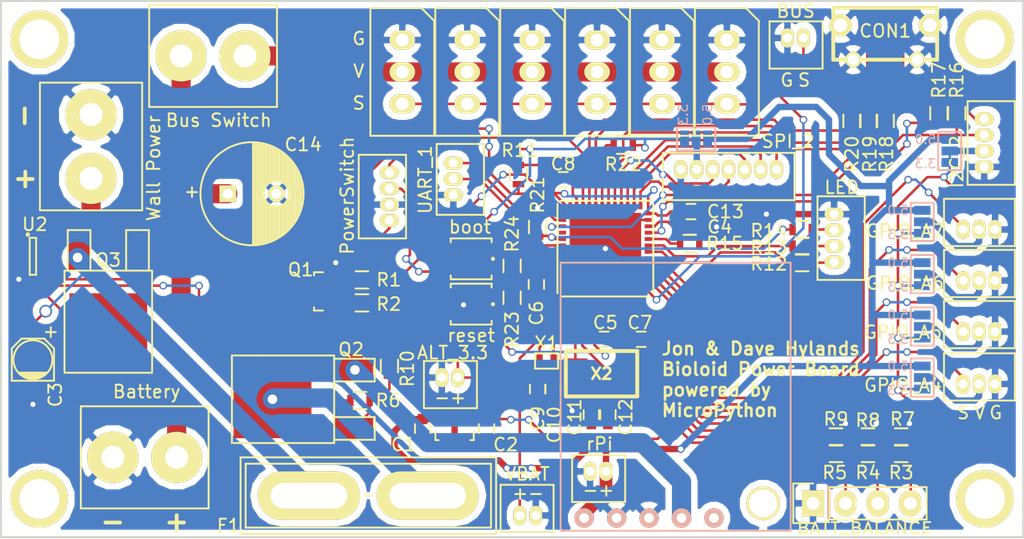
<source format=kicad_pcb>
(kicad_pcb (version 4) (host pcbnew 4.0.1-3.201512221402+6198~38~ubuntu15.04.1-stable)
  (layers (0 F.Cu signal) (31 B.Cu signal) (34 B.Paste user hide) (35 F.Paste user hide) (36 B.SilkS user) (37 F.SilkS user) (38 B.Mask user hide) (39 F.Mask user hide) (44 Edge.Cuts user))
  (net 0 "")
  (net 1 +5V)
  (net 2 +3V3)
  (net 3 +BATT)
  (net 4 GND)
  (net 5 "Net-(C4-Pad2)")
  (net 6 "Net-(C5-Pad2)")
  (net 7 "Net-(CON1-Pad1)")
  (net 8 "Net-(CON1-Pad2)")
  (net 9 "Net-(CON1-Pad3)")
  (net 10 "Net-(CON1-Pad4)")
  (net 11 "Net-(J1-Pad2)")
  (net 12 "Net-(J2-Pad2)")
  (net 13 "Net-(J3-Pad2)")
  (net 14 "Net-(J4-Pad2)")
  (net 15 "Net-(J5-Pad2)")
  (net 16 "Net-(J6-Pad2)")
  (net 17 "Net-(P3-Pad2)")
  (net 18 "Net-(P3-Pad3)")
  (net 19 UART_1_TX)
  (net 20 UART_1_RX)
  (net 21 I2C_2_SCL)
  (net 22 I2C_2_SDA)
  (net 23 SPI_2_MOSI)
  (net 24 SPI_2_MISO)
  (net 25 SPI_2_SCK)
  (net 26 SPI_CS_1)
  (net 27 SPI_CS_2)
  (net 28 "Net-(P8-Pad1)")
  (net 29 +12V)
  (net 30 GPIO_A4)
  (net 31 GPIO_A5)
  (net 32 GPIO_A6)
  (net 33 GPIO_A7)
  (net 34 BIOLOID_TX)
  (net 35 PA10)
  (net 36 PA9)
  (net 37 VBAT)
  (net 38 "Net-(Q1-Pad1)")
  (net 39 "Net-(Q1-Pad3)")
  (net 40 "Net-(Q2-Pad1)")
  (net 41 "Net-(Q3-Pad1)")
  (net 42 GATE_PIN)
  (net 43 CELL3_VOLTAGE)
  (net 44 CELL2_VOLTAGE)
  (net 45 CELL1_VOLTAGE)
  (net 46 STAT_PIN)
  (net 47 LED_R)
  (net 48 LED_G)
  (net 49 LED_B)
  (net 50 PB2)
  (net 51 "Net-(R19-Pad1)")
  (net 52 "Net-(R20-Pad1)")
  (net 53 "Net-(R24-Pad2)")
  (net 54 SWITCH_PIN)
  (net 55 "Net-(U3-Pad40)")
  (net 56 +POWER)
  (net 57 +F_POWER)
  (net 58 +SW_12V)
  (net 59 /OSC32_IN)
  (net 60 /OSC32_OUT)
  (net 61 /OSC_IN)
  (net 62 /OSC_OUT)
  (net 63 "Net-(P14-Pad2)")
  (net 64 "Net-(P14-Pad3)")
  (net 65 "Net-(P14-Pad4)")
  (net 66 "Net-(U3-Pad2)")
  (net 67 "Net-(U3-Pad45)")
  (net 68 "Net-(U3-Pad46)")
  (net 69 "Net-(P3-Pad4)")
  (module MicroPython-Parts-new:UFQFPN48 (layer F.Cu) (at 147.3 119.4)
    (fp_text reference U3 hide)
    (fp_text value STM32F401xD_UFQFPN48 hide)
    (pad G2 smd trapezoid (at -2.3 1.8) (size 1 1) (rect_delta -0.99 0) (layers F.Cu F.Paste F.Mask) (net 4 GND))
    (pad G3 smd rect (at 0.4 2.2) (size 4.8 1.2) (layers F.Cu F.Paste F.Mask) (net 4 GND))
    (pad 1 smd rect (at -2.75 3.35) (size 0.3 0.55) (layers F.Cu F.Paste F.Mask) (net 37 VBAT))
    (pad 13 smd rect (at 3.35 2.75) (size 0.55 0.3) (layers F.Cu F.Paste F.Mask) (net 43 CELL3_VOLTAGE))
    (pad 25 smd rect (at 2.75 -3.35) (size 0.3 0.55) (layers F.Cu F.Paste F.Mask) (net 26 SPI_CS_1))
    (pad 37 smd rect (at -3.35 -2.75) (size 0.55 0.3) (layers F.Cu F.Paste F.Mask) (net 42 GATE_PIN))
    (pad G1 smd rect (at 0 0) (size 5.6 4.6) (drill (offset 0 -0.5)) (layers F.Cu F.Paste F.Mask) (net 4 GND))
    (pad 2 smd rect (at -2.25 3.35) (size 0.3 0.55) (layers F.Cu F.Paste F.Mask) (net 66 "Net-(U3-Pad2)"))
    (pad 3 smd rect (at -1.75 3.35) (size 0.3 0.55) (layers F.Cu F.Paste F.Mask) (net 59 /OSC32_IN))
    (pad 4 smd rect (at -1.25 3.35) (size 0.3 0.55) (layers F.Cu F.Paste F.Mask) (net 60 /OSC32_OUT))
    (pad 5 smd rect (at -0.75 3.35) (size 0.3 0.55) (layers F.Cu F.Paste F.Mask) (net 61 /OSC_IN))
    (pad 6 smd rect (at -0.25 3.35) (size 0.3 0.55) (layers F.Cu F.Paste F.Mask) (net 62 /OSC_OUT))
    (pad 7 smd rect (at 0.25 3.35) (size 0.3 0.55) (layers F.Cu F.Paste F.Mask) (net 6 "Net-(C5-Pad2)"))
    (pad 8 smd rect (at 0.75 3.35) (size 0.3 0.55) (layers F.Cu F.Paste F.Mask) (net 4 GND))
    (pad 9 smd rect (at 1.25 3.35) (size 0.3 0.55) (layers F.Cu F.Paste F.Mask) (net 2 +3V3))
    (pad 10 smd rect (at 1.75 3.35) (size 0.3 0.55) (layers F.Cu F.Paste F.Mask) (net 45 CELL1_VOLTAGE))
    (pad 11 smd rect (at 2.25 3.35) (size 0.3 0.55) (layers F.Cu F.Paste F.Mask) (net 44 CELL2_VOLTAGE))
    (pad 12 smd rect (at 2.75 3.35) (size 0.3 0.55) (layers F.Cu F.Paste F.Mask) (net 34 BIOLOID_TX))
    (pad 14 smd rect (at 3.35 2.25) (size 0.55 0.3) (layers F.Cu F.Paste F.Mask) (net 30 GPIO_A4))
    (pad 15 smd rect (at 3.35 1.75) (size 0.55 0.3) (layers F.Cu F.Paste F.Mask) (net 31 GPIO_A5))
    (pad 16 smd rect (at 3.35 1.25) (size 0.55 0.3) (layers F.Cu F.Paste F.Mask) (net 32 GPIO_A6))
    (pad 17 smd rect (at 3.35 0.75) (size 0.55 0.3) (layers F.Cu F.Paste F.Mask) (net 33 GPIO_A7))
    (pad 18 smd rect (at 3.35 0.25) (size 0.55 0.3) (layers F.Cu F.Paste F.Mask) (net 47 LED_R))
    (pad 19 smd rect (at 3.35 -0.25) (size 0.55 0.3) (layers F.Cu F.Paste F.Mask) (net 48 LED_G))
    (pad 20 smd rect (at 3.35 -0.75) (size 0.55 0.3) (layers F.Cu F.Paste F.Mask) (net 50 PB2))
    (pad 21 smd rect (at 3.35 -1.25) (size 0.55 0.3) (layers F.Cu F.Paste F.Mask) (net 21 I2C_2_SCL))
    (pad 22 smd rect (at 3.35 -1.75) (size 0.55 0.3) (layers F.Cu F.Paste F.Mask) (net 5 "Net-(C4-Pad2)"))
    (pad 23 smd rect (at 3.35 -2.25) (size 0.55 0.3) (layers F.Cu F.Paste F.Mask) (net 4 GND))
    (pad 24 smd rect (at 3.35 -2.75) (size 0.55 0.3) (layers F.Cu F.Paste F.Mask) (net 2 +3V3))
    (pad 26 smd rect (at 2.25 -3.35) (size 0.3 0.55) (layers F.Cu F.Paste F.Mask) (net 25 SPI_2_SCK))
    (pad 27 smd rect (at 1.75 -3.35) (size 0.3 0.55) (layers F.Cu F.Paste F.Mask) (net 24 SPI_2_MISO))
    (pad 28 smd rect (at 1.25 -3.35) (size 0.3 0.55) (layers F.Cu F.Paste F.Mask) (net 23 SPI_2_MOSI))
    (pad 29 smd rect (at 0.75 -3.35) (size 0.3 0.55) (layers F.Cu F.Paste F.Mask) (net 27 SPI_CS_2))
    (pad 30 smd rect (at 0.25 -3.35) (size 0.3 0.55) (layers F.Cu F.Paste F.Mask) (net 36 PA9))
    (pad 31 smd rect (at -0.25 -3.35) (size 0.3 0.55) (layers F.Cu F.Paste F.Mask) (net 35 PA10))
    (pad 32 smd rect (at -0.75 -3.35) (size 0.3 0.55) (layers F.Cu F.Paste F.Mask) (net 51 "Net-(R19-Pad1)"))
    (pad 33 smd rect (at -1.25 -3.35) (size 0.3 0.55) (layers F.Cu F.Paste F.Mask) (net 52 "Net-(R20-Pad1)"))
    (pad 34 smd rect (at -1.75 -3.35) (size 0.3 0.55) (layers F.Cu F.Paste F.Mask) (net 54 SWITCH_PIN))
    (pad 35 smd rect (at -2.25 -3.35) (size 0.3 0.55) (layers F.Cu F.Paste F.Mask) (net 4 GND))
    (pad 36 smd rect (at -2.75 -3.35) (size 0.3 0.55) (layers F.Cu F.Paste F.Mask) (net 2 +3V3))
    (pad 38 smd rect (at -3.35 -2.25) (size 0.55 0.3) (layers F.Cu F.Paste F.Mask) (net 46 STAT_PIN))
    (pad 39 smd rect (at -3.35 -1.75) (size 0.55 0.3) (layers F.Cu F.Paste F.Mask) (net 22 I2C_2_SDA))
    (pad 40 smd rect (at -3.35 -1.25) (size 0.55 0.3) (layers F.Cu F.Paste F.Mask) (net 55 "Net-(U3-Pad40)"))
    (pad 41 smd rect (at -3.35 -0.75) (size 0.55 0.3) (layers F.Cu F.Paste F.Mask) (net 49 LED_B))
    (pad 42 smd rect (at -3.35 -0.25) (size 0.55 0.3) (layers F.Cu F.Paste F.Mask) (net 19 UART_1_TX))
    (pad 43 smd rect (at -3.35 0.25) (size 0.55 0.3) (layers F.Cu F.Paste F.Mask) (net 20 UART_1_RX))
    (pad 44 smd rect (at -3.35 0.75) (size 0.55 0.3) (layers F.Cu F.Paste F.Mask) (net 53 "Net-(R24-Pad2)"))
    (pad 45 smd rect (at -3.35 1.25) (size 0.55 0.3) (layers F.Cu F.Paste F.Mask) (net 67 "Net-(U3-Pad45)"))
    (pad 46 smd rect (at -3.35 1.75) (size 0.55 0.3) (layers F.Cu F.Paste F.Mask) (net 68 "Net-(U3-Pad46)"))
    (pad 47 smd rect (at -3.35 2.25) (size 0.55 0.3) (layers F.Cu F.Paste F.Mask) (net 4 GND))
    (pad 48 smd rect (at -3.35 2.75) (size 0.55 0.3) (layers F.Cu F.Paste F.Mask) (net 2 +3V3))
  )
  (module Capacitors_SMD:c_elec_3x5.3 (layer F.Cu) (at 102.5 128.1 90)
    (fp_text reference C3 (at -2.75 1.75 90) (layer F.SilkS))
    (fp_text value 22uF hide)
    (pad 1 smd rect (at 1.50114 0 90) (size 2.19964 1.6002) (layers F.Cu F.Paste F.Mask) (net 56 +POWER))
    (pad 2 smd rect (at -1.50114 0 90) (size 2.19964 1.6002) (layers F.Cu F.Paste F.Mask) (net 4 GND))
  )
  (module Capacitors_SMD:C_0603 (layer F.Cu) (at 133 133.5 270)
    (fp_text reference C1 (at 1.25 1.5 360) (layer F.SilkS))
    (fp_text value 0.1uF hide)
    (pad 1 smd rect (at -0.75 0 270) (size 0.8 0.75) (layers F.Cu F.Paste F.Mask) (net 1 +5V))
    (pad 2 smd rect (at 0.75 0 270) (size 0.8 0.75) (layers F.Cu F.Paste F.Mask) (net 4 GND))
  )
  (module Capacitors_SMD:C_0603 (layer F.Cu) (at 138 133.5 270)
    (fp_text reference C2 (at 1.25 -1.5 360) (layer F.SilkS))
    (fp_text value 0.1uF hide)
    (pad 1 smd rect (at -0.75 0 270) (size 0.8 0.75) (layers F.Cu F.Paste F.Mask) (net 2 +3V3))
    (pad 2 smd rect (at 0.75 0 270) (size 0.8 0.75) (layers F.Cu F.Paste F.Mask) (net 4 GND))
  )
  (module Capacitors_SMD:C_0603 (layer F.Cu) (at 154 117.7 180)
    (fp_text reference C4 (at -2.25 0 180) (layer F.SilkS))
    (fp_text value 0.1uF hide)
    (pad 1 smd rect (at -0.75 0 180) (size 0.8 0.75) (layers F.Cu F.Paste F.Mask) (net 4 GND))
    (pad 2 smd rect (at 0.75 0 180) (size 0.8 0.75) (layers F.Cu F.Paste F.Mask) (net 5 "Net-(C4-Pad2)"))
  )
  (module Capacitors_SMD:C_0603 (layer F.Cu) (at 147.2 126.5 180)
    (fp_text reference C5 (at -0.1 1.3 180) (layer F.SilkS))
    (fp_text value 0.1uF hide)
    (pad 1 smd rect (at -0.75 0 180) (size 0.8 0.75) (layers F.Cu F.Paste F.Mask) (net 4 GND))
    (pad 2 smd rect (at 0.75 0 180) (size 0.8 0.75) (layers F.Cu F.Paste F.Mask) (net 6 "Net-(C5-Pad2)"))
  )
  (module Capacitors_SMD:C_0603 (layer F.Cu) (at 141.9 122.2 270)
    (fp_text reference C6 (at 2.25 0 270) (layer F.SilkS))
    (fp_text value 0.1uF hide)
    (pad 1 smd rect (at -0.75 0 270) (size 0.8 0.75) (layers F.Cu F.Paste F.Mask) (net 4 GND))
    (pad 2 smd rect (at 0.75 0 270) (size 0.8 0.75) (layers F.Cu F.Paste F.Mask) (net 2 +3V3))
  )
  (module Capacitors_SMD:C_0603 (layer F.Cu) (at 150.1 126.5)
    (fp_text reference C7 (at -0.1 -1.3) (layer F.SilkS))
    (fp_text value 0.1uF hide)
    (pad 1 smd rect (at -0.75 0) (size 0.8 0.75) (layers F.Cu F.Paste F.Mask) (net 4 GND))
    (pad 2 smd rect (at 0.75 0) (size 0.8 0.75) (layers F.Cu F.Paste F.Mask) (net 2 +3V3))
  )
  (module Capacitors_SMD:C_0603 (layer F.Cu) (at 144 114 180)
    (fp_text reference C8 (at 0 1.25 180) (layer F.SilkS))
    (fp_text value 0.1uF hide)
    (pad 1 smd rect (at -0.75 0 180) (size 0.8 0.75) (layers F.Cu F.Paste F.Mask) (net 4 GND))
    (pad 2 smd rect (at 0.75 0 180) (size 0.8 0.75) (layers F.Cu F.Paste F.Mask) (net 2 +3V3))
  )
  (module Capacitors_SMD:C_0603 (layer F.Cu) (at 142 130.4 90)
    (fp_text reference C9 (at -2.3 0 90) (layer F.SilkS))
    (fp_text value 6pF hide)
    (pad 1 smd rect (at -0.75 0 90) (size 0.8 0.75) (layers F.Cu F.Paste F.Mask) (net 4 GND))
    (pad 2 smd rect (at 0.75 0 90) (size 0.8 0.75) (layers F.Cu F.Paste F.Mask) (net 59 /OSC32_IN))
  )
  (module Capacitors_SMD:C_0603 (layer F.Cu) (at 143.2 130.4 90)
    (fp_text reference C10 (at -2.8 0.1 90) (layer F.SilkS))
    (fp_text value 6pF hide)
    (pad 1 smd rect (at -0.75 0 90) (size 0.8 0.75) (layers F.Cu F.Paste F.Mask) (net 4 GND))
    (pad 2 smd rect (at 0.75 0 90) (size 0.8 0.75) (layers F.Cu F.Paste F.Mask) (net 60 /OSC32_OUT))
  )
  (module Capacitors_SMD:C_0603 (layer F.Cu) (at 146.2 132.4 90)
    (fp_text reference C11 (at -0.2 -1.3 90) (layer F.SilkS))
    (fp_text value 18pF hide)
    (pad 1 smd rect (at -0.75 0 90) (size 0.8 0.75) (layers F.Cu F.Paste F.Mask) (net 4 GND))
    (pad 2 smd rect (at 0.75 0 90) (size 0.8 0.75) (layers F.Cu F.Paste F.Mask) (net 61 /OSC_IN))
  )
  (module Capacitors_SMD:C_0603 (layer F.Cu) (at 147.5 132.4 90)
    (fp_text reference C12 (at -0.2 1.4 90) (layer F.SilkS))
    (fp_text value 18pF hide)
    (pad 1 smd rect (at -0.75 0 90) (size 0.8 0.75) (layers F.Cu F.Paste F.Mask) (net 4 GND))
    (pad 2 smd rect (at 0.75 0 90) (size 0.8 0.75) (layers F.Cu F.Paste F.Mask) (net 62 /OSC_OUT))
  )
  (module JonTest:USB_MICRO_B (layer F.Cu) (at 169.2 104.6 180)
    (fp_text reference CON1 (at 0 2.25 180) (layer F.SilkS))
    (fp_text value USB-MICRO-B hide)
    (pad 1 smd rect (at -1.30048 0 180) (size 0.39878 1.34874) (layers F.Cu F.Paste F.Mask) (net 7 "Net-(CON1-Pad1)"))
    (pad 2 smd rect (at -0.65024 0 180) (size 0.39878 1.34874) (layers F.Cu F.Paste F.Mask) (net 8 "Net-(CON1-Pad2)"))
    (pad 3 smd rect (at 0 0 180) (size 0.39878 1.34874) (layers F.Cu F.Paste F.Mask) (net 9 "Net-(CON1-Pad3)"))
    (pad 4 smd rect (at 0.65024 0 180) (size 0.39878 1.34874) (layers F.Cu F.Paste F.Mask) (net 10 "Net-(CON1-Pad4)"))
    (pad 5 smd rect (at 1.30048 0 180) (size 0.39878 1.34874) (layers F.Cu F.Paste F.Mask) (net 4 GND))
    (pad 6 thru_hole circle (at -3.50012 2.70002 180) (size 1.75006 1.75006) (drill 1.0668) (layers *.Cu *.Mask F.SilkS) (net 4 GND))
    (pad 7 thru_hole circle (at -2.49936 0 180) (size 1.24968 1.24968) (drill 0.889) (layers *.Cu *.Mask F.SilkS) (net 4 GND))
    (pad 8 thru_hole circle (at 2.49936 0 180) (size 1.24968 1.24968) (drill 0.889) (layers *.Cu *.Mask F.SilkS) (net 4 GND))
    (pad 9 thru_hole circle (at 3.50012 2.70002 180) (size 1.75006 1.75006) (drill 1.0668) (layers *.Cu *.Mask F.SilkS) (net 4 GND))
  )
  (module Fuse_Holders_and_Fuses:BladeFuse-CarType (layer F.Cu) (at 128.75 138.75)
    (fp_text reference F1 (at -10.95 2.35) (layer F.SilkS))
    (fp_text value FUSE hide)
    (pad 1 thru_hole oval (at -4.65 0) (size 8 3.8) (drill oval 6 2) (layers *.Cu *.Mask F.SilkS) (net 56 +POWER))
    (pad 2 thru_hole oval (at 4.65 0) (size 8 3.8) (drill oval 6 2) (layers *.Cu *.Mask F.SilkS) (net 57 +F_POWER))
  )
  (module MicroPython-Parts-new:Jumper-Switch (layer B.Cu) (at 174.25 111.75 270)
    (fp_text reference J1 hide)
    (fp_text value Jumper_Switch hide)
    (fp_text user 5.0 (at -0.9 1.9 540) (layer B.SilkS) (effects (font (size 0.7 0.7) (thickness 0.1)) (justify mirror)))
    (fp_text user 3.3 (at 1 1.9 540) (layer B.SilkS) (effects (font (size 0.7 0.7) (thickness 0.1)) (justify mirror)))
    (fp_line (start 0 0) (end 0.9 0) (layer B.Cu) (width 0.2))
    (pad 1 smd rect (at -0.9 0 270) (size 0.7 1.3) (layers B.Cu B.Paste B.Mask) (net 1 +5V))
    (pad 2 smd rect (at 0 0 270) (size 0.7 1.3) (layers B.Cu B.Paste B.Mask) (net 11 "Net-(J1-Pad2)"))
    (pad 3 smd rect (at 0.9 0 270) (size 0.7 1.3) (layers B.Cu B.Paste B.Mask) (net 2 +3V3))
  )
  (module MicroPython-Parts-new:Jumper-Switch (layer B.Cu) (at 172.1 129.5 270)
    (fp_text reference J3 hide)
    (fp_text value Jumper_Switch hide)
    (fp_text user 5.0 (at -0.9 1.9 540) (layer B.SilkS) (effects (font (size 0.7 0.7) (thickness 0.1)) (justify mirror)))
    (fp_text user 3.3 (at 1 1.9 540) (layer B.SilkS) (effects (font (size 0.7 0.7) (thickness 0.1)) (justify mirror)))
    (fp_line (start 0 0) (end 0.9 0) (layer B.Cu) (width 0.2))
    (pad 1 smd rect (at -0.9 0 270) (size 0.7 1.3) (layers B.Cu B.Paste B.Mask) (net 1 +5V))
    (pad 2 smd rect (at 0 0 270) (size 0.7 1.3) (layers B.Cu B.Paste B.Mask) (net 13 "Net-(J3-Pad2)"))
    (pad 3 smd rect (at 0.9 0 270) (size 0.7 1.3) (layers B.Cu B.Paste B.Mask) (net 2 +3V3))
  )
  (module MicroPython-Parts-new:Jumper-Switch (layer B.Cu) (at 172.1 125.5 270)
    (fp_text reference J4 hide)
    (fp_text value Jumper_Switch hide)
    (fp_text user 5.0 (at -0.9 1.9 540) (layer B.SilkS) (effects (font (size 0.7 0.7) (thickness 0.1)) (justify mirror)))
    (fp_text user 3.3 (at 1 1.9 540) (layer B.SilkS) (effects (font (size 0.7 0.7) (thickness 0.1)) (justify mirror)))
    (fp_line (start 0 0) (end 0.9 0) (layer B.Cu) (width 0.2))
    (pad 1 smd rect (at -0.9 0 270) (size 0.7 1.3) (layers B.Cu B.Paste B.Mask) (net 1 +5V))
    (pad 2 smd rect (at 0 0 270) (size 0.7 1.3) (layers B.Cu B.Paste B.Mask) (net 14 "Net-(J4-Pad2)"))
    (pad 3 smd rect (at 0.9 0 270) (size 0.7 1.3) (layers B.Cu B.Paste B.Mask) (net 2 +3V3))
  )
  (module MicroPython-Parts-new:Jumper-Switch (layer B.Cu) (at 172.1 121.4 270)
    (fp_text reference J5 hide)
    (fp_text value Jumper_Switch hide)
    (fp_text user 5.0 (at -0.9 1.9 540) (layer B.SilkS) (effects (font (size 0.7 0.7) (thickness 0.1)) (justify mirror)))
    (fp_text user 3.3 (at 1 1.9 540) (layer B.SilkS) (effects (font (size 0.7 0.7) (thickness 0.1)) (justify mirror)))
    (fp_line (start 0 0) (end 0.9 0) (layer B.Cu) (width 0.2))
    (pad 1 smd rect (at -0.9 0 270) (size 0.7 1.3) (layers B.Cu B.Paste B.Mask) (net 1 +5V))
    (pad 2 smd rect (at 0 0 270) (size 0.7 1.3) (layers B.Cu B.Paste B.Mask) (net 15 "Net-(J5-Pad2)"))
    (pad 3 smd rect (at 0.9 0 270) (size 0.7 1.3) (layers B.Cu B.Paste B.Mask) (net 2 +3V3))
  )
  (module MicroPython-Parts-new:Jumper-Switch (layer B.Cu) (at 172.1 117.3 270)
    (fp_text reference J6 hide)
    (fp_text value Jumper_Switch hide)
    (fp_text user 5.0 (at -0.9 1.9 540) (layer B.SilkS) (effects (font (size 0.7 0.7) (thickness 0.1)) (justify mirror)))
    (fp_text user 3.3 (at 1 1.9 540) (layer B.SilkS) (effects (font (size 0.7 0.7) (thickness 0.1)) (justify mirror)))
    (fp_line (start 0 0) (end 0.9 0) (layer B.Cu) (width 0.2))
    (pad 1 smd rect (at -0.9 0 270) (size 0.7 1.3) (layers B.Cu B.Paste B.Mask) (net 1 +5V))
    (pad 2 smd rect (at 0 0 270) (size 0.7 1.3) (layers B.Cu B.Paste B.Mask) (net 16 "Net-(J6-Pad2)"))
    (pad 3 smd rect (at 0.9 0 270) (size 0.7 1.3) (layers B.Cu B.Paste B.Mask) (net 2 +3V3))
  )
  (module MicroPython-Parts-new:SIL_3_050 (layer F.Cu) (at 135.4 112.7 270)
    (fp_text reference P5 hide)
    (fp_text value UART_1 (at 1.3 2.2 270) (layer F.SilkS))
    (pad 1 thru_hole oval (at 0 0 270) (size 1.016 1.5) (drill 0.7112) (layers *.Cu *.Mask F.SilkS) (net 19 UART_1_TX))
    (pad 2 thru_hole oval (at 1.25 0 270) (size 1.016 1.5) (drill 0.7112) (layers *.Cu *.Mask F.SilkS) (net 20 UART_1_RX))
    (pad 3 thru_hole oval (at 2.5 0 270) (size 1.016 1.5) (drill 0.7112) (layers *.Cu *.Mask F.SilkS) (net 4 GND))
  )
  (module MicroPython-Parts-new:SIL_4_050 (layer F.Cu) (at 176.95 109.25 270)
    (fp_text reference P6 hide)
    (fp_text value I2C_2 (at 3.35 2.15 270) (layer F.SilkS))
    (pad 1 thru_hole oval (at 0 0 270) (size 1.016 1.5) (drill 0.7112) (layers *.Cu *.Mask F.SilkS) (net 21 I2C_2_SCL))
    (pad 2 thru_hole oval (at 1.25 0 270) (size 1.016 1.5) (drill 0.7112) (layers *.Cu *.Mask F.SilkS) (net 22 I2C_2_SDA))
    (pad 3 thru_hole oval (at 2.5 0 270) (size 1.016 1.5) (drill 0.7112) (layers *.Cu *.Mask F.SilkS) (net 11 "Net-(J1-Pad2)"))
    (pad 4 thru_hole oval (at 3.75 0 270) (size 1.016 1.5) (drill 0.7112) (layers *.Cu *.Mask F.SilkS) (net 4 GND))
  )
  (module MicroPython-Parts-new:SIL_3_050 (layer F.Cu) (at 175.3 130)
    (fp_text reference P9 hide)
    (fp_text value GPIO_A4 (at -4.7 0.1) (layer F.SilkS))
    (pad 1 thru_hole oval (at 0 0) (size 1.016 1.5) (drill 0.7112) (layers *.Cu *.Mask F.SilkS) (net 30 GPIO_A4))
    (pad 2 thru_hole oval (at 1.25 0) (size 1.016 1.5) (drill 0.7112) (layers *.Cu *.Mask F.SilkS) (net 13 "Net-(J3-Pad2)"))
    (pad 3 thru_hole oval (at 2.5 0) (size 1.016 1.5) (drill 0.7112) (layers *.Cu *.Mask F.SilkS) (net 4 GND))
  )
  (module MicroPython-Parts-new:SIL_3_050 (layer F.Cu) (at 175.3 125.9)
    (fp_text reference P10 hide)
    (fp_text value GPIO_A5 (at -4.7 0.05) (layer F.SilkS))
    (pad 1 thru_hole oval (at 0 0) (size 1.016 1.5) (drill 0.7112) (layers *.Cu *.Mask F.SilkS) (net 31 GPIO_A5))
    (pad 2 thru_hole oval (at 1.25 0) (size 1.016 1.5) (drill 0.7112) (layers *.Cu *.Mask F.SilkS) (net 14 "Net-(J4-Pad2)"))
    (pad 3 thru_hole oval (at 2.5 0) (size 1.016 1.5) (drill 0.7112) (layers *.Cu *.Mask F.SilkS) (net 4 GND))
  )
  (module MicroPython-Parts-new:SIL_3_050 (layer F.Cu) (at 175.3 121.9)
    (fp_text reference P11 hide)
    (fp_text value GPIO_A6 (at -4.55 0.2) (layer F.SilkS))
    (pad 1 thru_hole oval (at 0 0) (size 1.016 1.5) (drill 0.7112) (layers *.Cu *.Mask F.SilkS) (net 32 GPIO_A6))
    (pad 2 thru_hole oval (at 1.25 0) (size 1.016 1.5) (drill 0.7112) (layers *.Cu *.Mask F.SilkS) (net 15 "Net-(J5-Pad2)"))
    (pad 3 thru_hole oval (at 2.5 0) (size 1.016 1.5) (drill 0.7112) (layers *.Cu *.Mask F.SilkS) (net 4 GND))
  )
  (module MicroPython-Parts-new:SIL_3_050 (layer F.Cu) (at 175.3 117.9)
    (fp_text reference P12 hide)
    (fp_text value GPIO_A7 (at -4.55 0.12) (layer F.SilkS))
    (pad 1 thru_hole oval (at 0 0) (size 1.016 1.5) (drill 0.7112) (layers *.Cu *.Mask F.SilkS) (net 33 GPIO_A7))
    (pad 2 thru_hole oval (at 1.25 0) (size 1.016 1.5) (drill 0.7112) (layers *.Cu *.Mask F.SilkS) (net 16 "Net-(J6-Pad2)"))
    (pad 3 thru_hole oval (at 2.5 0) (size 1.016 1.5) (drill 0.7112) (layers *.Cu *.Mask F.SilkS) (net 4 GND))
  )
  (module MicroPython-Parts-new:Bioloid-3 (layer F.Cu) (at 156.81 105.56 90)
    (fp_text reference P13 hide)
    (fp_text value BIOLOID_BUS_1 hide)
    (pad 1 thru_hole oval (at -2.5 0 90) (size 1.5 2) (drill 1) (layers *.Cu *.Mask F.SilkS) (net 34 BIOLOID_TX))
    (pad 2 thru_hole oval (at 0 0 90) (size 1.5 2) (drill 1) (layers *.Cu *.Mask F.SilkS) (net 58 +SW_12V))
    (pad 3 thru_hole oval (at 2.5 0 90) (size 1.5 2) (drill 1) (layers *.Cu *.Mask F.SilkS) (net 4 GND))
  )
  (module MicroPython-Parts-new:Bioloid-3 (layer F.Cu) (at 151.73 105.56 90)
    (fp_text reference P16 hide)
    (fp_text value BIOLOID_BUS_2 hide)
    (pad 1 thru_hole oval (at -2.5 0 90) (size 1.5 2) (drill 1) (layers *.Cu *.Mask F.SilkS) (net 34 BIOLOID_TX))
    (pad 2 thru_hole oval (at 0 0 90) (size 1.5 2) (drill 1) (layers *.Cu *.Mask F.SilkS) (net 58 +SW_12V))
    (pad 3 thru_hole oval (at 2.5 0 90) (size 1.5 2) (drill 1) (layers *.Cu *.Mask F.SilkS) (net 4 GND))
  )
  (module MicroPython-Parts-new:Bioloid-3 (layer F.Cu) (at 146.65 105.56 90)
    (fp_text reference P17 hide)
    (fp_text value BIOLOID_BUS_3 hide)
    (pad 1 thru_hole oval (at -2.5 0 90) (size 1.5 2) (drill 1) (layers *.Cu *.Mask F.SilkS) (net 34 BIOLOID_TX))
    (pad 2 thru_hole oval (at 0 0 90) (size 1.5 2) (drill 1) (layers *.Cu *.Mask F.SilkS) (net 58 +SW_12V))
    (pad 3 thru_hole oval (at 2.5 0 90) (size 1.5 2) (drill 1) (layers *.Cu *.Mask F.SilkS) (net 4 GND))
  )
  (module MicroPython-Parts-new:Bioloid-3 (layer F.Cu) (at 141.57 105.56 90)
    (fp_text reference P18 hide)
    (fp_text value BIOLOID_BUS_4 hide)
    (pad 1 thru_hole oval (at -2.5 0 90) (size 1.5 2) (drill 1) (layers *.Cu *.Mask F.SilkS) (net 34 BIOLOID_TX))
    (pad 2 thru_hole oval (at 0 0 90) (size 1.5 2) (drill 1) (layers *.Cu *.Mask F.SilkS) (net 58 +SW_12V))
    (pad 3 thru_hole oval (at 2.5 0 90) (size 1.5 2) (drill 1) (layers *.Cu *.Mask F.SilkS) (net 4 GND))
  )
  (module MicroPython-Parts-new:Bioloid-3 (layer F.Cu) (at 136.49 105.56 90)
    (fp_text reference P19 hide)
    (fp_text value BIOLOID_BUS_5 hide)
    (pad 1 thru_hole oval (at -2.5 0 90) (size 1.5 2) (drill 1) (layers *.Cu *.Mask F.SilkS) (net 34 BIOLOID_TX))
    (pad 2 thru_hole oval (at 0 0 90) (size 1.5 2) (drill 1) (layers *.Cu *.Mask F.SilkS) (net 58 +SW_12V))
    (pad 3 thru_hole oval (at 2.5 0 90) (size 1.5 2) (drill 1) (layers *.Cu *.Mask F.SilkS) (net 4 GND))
  )
  (module MicroPython-Parts-new:Bioloid-3 (layer F.Cu) (at 131.41 105.56 90)
    (fp_text reference P20 hide)
    (fp_text value BIOLOID_BUS_6 hide)
    (pad 1 thru_hole oval (at -2.5 0 90) (size 1.5 2) (drill 1) (layers *.Cu *.Mask F.SilkS) (net 34 BIOLOID_TX))
    (pad 2 thru_hole oval (at 0 0 90) (size 1.5 2) (drill 1) (layers *.Cu *.Mask F.SilkS) (net 58 +SW_12V))
    (pad 3 thru_hole oval (at 2.5 0 90) (size 1.5 2) (drill 1) (layers *.Cu *.Mask F.SilkS) (net 4 GND))
  )
  (module TO_SOT_Packages_SMD:SOT-23 (layer F.Cu) (at 125.15 122.75 90)
    (fp_text reference Q1 (at 1.7 -1.7 180) (layer F.SilkS))
    (fp_text value BS-170 hide)
    (pad 1 smd rect (at -0.95 1.00076 90) (size 0.8001 0.8001) (layers F.Cu F.Paste F.Mask) (net 38 "Net-(Q1-Pad1)"))
    (pad 2 smd rect (at 0.95 1.00076 90) (size 0.8001 0.8001) (layers F.Cu F.Paste F.Mask) (net 4 GND))
    (pad 3 smd rect (at 0 -0.99822 90) (size 0.8001 0.8001) (layers F.Cu F.Paste F.Mask) (net 39 "Net-(Q1-Pad3)"))
  )
  (module TO_SOT_Packages_SMD:TO-252-2Lead (layer F.Cu) (at 127.6 131.2 90)
    (fp_text reference Q2 (at 3.9 -0.2 180) (layer F.SilkS))
    (fp_text value STD30PF03LT4 hide)
    (pad 1 smd rect (at -2.286 0 90) (size 1.651 3.048) (layers F.Cu F.Paste F.Mask) (net 40 "Net-(Q2-Pad1)"))
    (pad 2 smd rect (at 0 -6.35 90) (size 6.096 6.096) (layers F.Cu F.Paste F.Mask) (net 57 +F_POWER))
    (pad 3 smd rect (at 2.286 0 90) (size 1.651 3.048) (layers F.Cu F.Paste F.Mask) (net 29 +12V))
  )
  (module TO_SOT_Packages_SMD:TO-252-2Lead (layer F.Cu) (at 108.4 119.6 180)
    (fp_text reference Q3 (at 0 -0.7 180) (layer F.SilkS))
    (fp_text value STD30PF03LT4 hide)
    (pad 1 smd rect (at -2.286 0 180) (size 1.651 3.048) (layers F.Cu F.Paste F.Mask) (net 41 "Net-(Q3-Pad1)"))
    (pad 2 smd rect (at 0 -6.35 180) (size 6.096 6.096) (layers F.Cu F.Paste F.Mask) (net 3 +BATT))
    (pad 3 smd rect (at 2.286 0 180) (size 1.651 3.048) (layers F.Cu F.Paste F.Mask) (net 56 +POWER))
  )
  (module Resistors_SMD:R_0603 (layer F.Cu) (at 128.25 121.85 180)
    (fp_text reference R1 (at -2.1 0 180) (layer F.SilkS))
    (fp_text value 10K hide)
    (pad 1 smd rect (at -0.75 0 180) (size 0.5 0.9) (layers F.Cu F.Paste F.Mask) (net 4 GND))
    (pad 2 smd rect (at 0.75 0 180) (size 0.5 0.9) (layers F.Cu F.Paste F.Mask) (net 38 "Net-(Q1-Pad1)"))
  )
  (module Resistors_SMD:R_0603 (layer F.Cu) (at 128.25 123.65)
    (fp_text reference R2 (at 2.1 0.1) (layer F.SilkS))
    (fp_text value 100 hide)
    (pad 1 smd rect (at -0.75 0) (size 0.5 0.9) (layers F.Cu F.Paste F.Mask) (net 38 "Net-(Q1-Pad1)"))
    (pad 2 smd rect (at 0.75 0) (size 0.5 0.9) (layers F.Cu F.Paste F.Mask) (net 42 GATE_PIN))
  )
  (module Resistors_SMD:R_0603 (layer F.Cu) (at 170.45 135.45)
    (fp_text reference R3 (at 0 1.5) (layer F.SilkS))
    (fp_text value 15K hide)
    (pad 1 smd rect (at -0.75 0) (size 0.5 0.9) (layers F.Cu F.Paste F.Mask) (net 43 CELL3_VOLTAGE))
    (pad 2 smd rect (at 0.75 0) (size 0.5 0.9) (layers F.Cu F.Paste F.Mask) (net 69 "Net-(P3-Pad4)"))
  )
  (module Resistors_SMD:R_0603 (layer F.Cu) (at 167.85 135.45)
    (fp_text reference R4 (at 0 1.5) (layer F.SilkS))
    (fp_text value 15K hide)
    (pad 1 smd rect (at -0.75 0) (size 0.5 0.9) (layers F.Cu F.Paste F.Mask) (net 44 CELL2_VOLTAGE))
    (pad 2 smd rect (at 0.75 0) (size 0.5 0.9) (layers F.Cu F.Paste F.Mask) (net 18 "Net-(P3-Pad3)"))
  )
  (module Resistors_SMD:R_0603 (layer F.Cu) (at 165.35 135.45)
    (fp_text reference R5 (at -0.1 1.5) (layer F.SilkS))
    (fp_text value 15K hide)
    (pad 1 smd rect (at -0.75 0) (size 0.5 0.9) (layers F.Cu F.Paste F.Mask) (net 45 CELL1_VOLTAGE))
    (pad 2 smd rect (at 0.75 0) (size 0.5 0.9) (layers F.Cu F.Paste F.Mask) (net 17 "Net-(P3-Pad2)"))
  )
  (module Resistors_SMD:R_0603 (layer F.Cu) (at 128.1 131.3 180)
    (fp_text reference R6 (at -2.2 0 180) (layer F.SilkS))
    (fp_text value 22K hide)
    (pad 1 smd rect (at -0.75 0 180) (size 0.5 0.9) (layers F.Cu F.Paste F.Mask) (net 40 "Net-(Q2-Pad1)"))
    (pad 2 smd rect (at 0.75 0 180) (size 0.5 0.9) (layers F.Cu F.Paste F.Mask) (net 57 +F_POWER))
  )
  (module Resistors_SMD:R_0603 (layer F.Cu) (at 170.45 134.15 180)
    (fp_text reference R7 (at -0.1 1.4 180) (layer F.SilkS))
    (fp_text value 5K hide)
    (pad 1 smd rect (at -0.75 0 180) (size 0.5 0.9) (layers F.Cu F.Paste F.Mask) (net 4 GND))
    (pad 2 smd rect (at 0.75 0 180) (size 0.5 0.9) (layers F.Cu F.Paste F.Mask) (net 43 CELL3_VOLTAGE))
  )
  (module Resistors_SMD:R_0603 (layer F.Cu) (at 167.85 134.15 180)
    (fp_text reference R8 (at 0 1.3 180) (layer F.SilkS))
    (fp_text value 5K hide)
    (pad 1 smd rect (at -0.75 0 180) (size 0.5 0.9) (layers F.Cu F.Paste F.Mask) (net 4 GND))
    (pad 2 smd rect (at 0.75 0 180) (size 0.5 0.9) (layers F.Cu F.Paste F.Mask) (net 44 CELL2_VOLTAGE))
  )
  (module Resistors_SMD:R_0603 (layer F.Cu) (at 165.35 134.15 180)
    (fp_text reference R9 (at 0 1.4 180) (layer F.SilkS))
    (fp_text value 5K hide)
    (pad 1 smd rect (at -0.75 0 180) (size 0.5 0.9) (layers F.Cu F.Paste F.Mask) (net 4 GND))
    (pad 2 smd rect (at 0.75 0 180) (size 0.5 0.9) (layers F.Cu F.Paste F.Mask) (net 45 CELL1_VOLTAGE))
  )
  (module Resistors_SMD:R_0603 (layer F.Cu) (at 130.4 128.6 270)
    (fp_text reference R10 (at 0.2 -1.4 270) (layer F.SilkS))
    (fp_text value 10K hide)
    (pad 1 smd rect (at -0.75 0 270) (size 0.5 0.9) (layers F.Cu F.Paste F.Mask) (net 39 "Net-(Q1-Pad3)"))
    (pad 2 smd rect (at 0.75 0 270) (size 0.5 0.9) (layers F.Cu F.Paste F.Mask) (net 40 "Net-(Q2-Pad1)"))
  )
  (module Resistors_SMD:R_0603 (layer F.Cu) (at 140.5 113.6 90)
    (fp_text reference R11 (at 1.9 0.1 180) (layer F.SilkS))
    (fp_text value 470K hide)
    (pad 1 smd rect (at -0.75 0 90) (size 0.5 0.9) (layers F.Cu F.Paste F.Mask) (net 46 STAT_PIN))
    (pad 2 smd rect (at 0.75 0 90) (size 0.5 0.9) (layers F.Cu F.Paste F.Mask) (net 2 +3V3))
  )
  (module Resistors_SMD:R_0603 (layer F.Cu) (at 162.7 120.5)
    (fp_text reference R12 (at -2.6 0.1) (layer F.SilkS))
    (fp_text value 65 hide)
    (pad 1 smd rect (at -0.75 0) (size 0.5 0.9) (layers F.Cu F.Paste F.Mask) (net 47 LED_R))
    (pad 2 smd rect (at 0.75 0) (size 0.5 0.9) (layers F.Cu F.Paste F.Mask) (net 65 "Net-(P14-Pad4)"))
  )
  (module Resistors_SMD:R_0603 (layer F.Cu) (at 162.7 119.2)
    (fp_text reference R13 (at -2.6 0.1) (layer F.SilkS))
    (fp_text value 0 hide)
    (pad 1 smd rect (at -0.75 0) (size 0.5 0.9) (layers F.Cu F.Paste F.Mask) (net 48 LED_G))
    (pad 2 smd rect (at 0.75 0) (size 0.5 0.9) (layers F.Cu F.Paste F.Mask) (net 64 "Net-(P14-Pad3)"))
  )
  (module Resistors_SMD:R_0603 (layer F.Cu) (at 162.7 117.9)
    (fp_text reference R14 (at -2.6 0.1) (layer F.SilkS))
    (fp_text value 5 hide)
    (pad 1 smd rect (at -0.75 0) (size 0.5 0.9) (layers F.Cu F.Paste F.Mask) (net 49 LED_B))
    (pad 2 smd rect (at 0.75 0) (size 0.5 0.9) (layers F.Cu F.Paste F.Mask) (net 63 "Net-(P14-Pad2)"))
  )
  (module Resistors_SMD:R_0603 (layer F.Cu) (at 153.9 119)
    (fp_text reference R15 (at 2.75 0) (layer F.SilkS))
    (fp_text value 10K hide)
    (pad 1 smd rect (at -0.75 0) (size 0.5 0.9) (layers F.Cu F.Paste F.Mask) (net 50 PB2))
    (pad 2 smd rect (at 0.75 0) (size 0.5 0.9) (layers F.Cu F.Paste F.Mask) (net 4 GND))
  )
  (module Resistors_SMD:R_0603 (layer F.Cu) (at 174.8 108.8 90)
    (fp_text reference R16 (at 2.6 0 90) (layer F.SilkS))
    (fp_text value 4.7K hide)
    (pad 1 smd rect (at -0.75 0 90) (size 0.5 0.9) (layers F.Cu F.Paste F.Mask) (net 22 I2C_2_SDA))
    (pad 2 smd rect (at 0.75 0 90) (size 0.5 0.9) (layers F.Cu F.Paste F.Mask) (net 2 +3V3))
  )
  (module Resistors_SMD:R_0603 (layer F.Cu) (at 173.4 108.8 90)
    (fp_text reference R17 (at 2.6 0 90) (layer F.SilkS))
    (fp_text value 4.7K hide)
    (pad 1 smd rect (at -0.75 0 90) (size 0.5 0.9) (layers F.Cu F.Paste F.Mask) (net 21 I2C_2_SCL))
    (pad 2 smd rect (at 0.75 0 90) (size 0.5 0.9) (layers F.Cu F.Paste F.Mask) (net 2 +3V3))
  )
  (module Resistors_SMD:R_0603 (layer F.Cu) (at 169.2 109.4 90)
    (fp_text reference R18 (at -2.6 0.1 90) (layer F.SilkS))
    (fp_text value 1K hide)
    (pad 1 smd rect (at -0.75 0 90) (size 0.5 0.9) (layers F.Cu F.Paste F.Mask) (net 36 PA9))
    (pad 2 smd rect (at 0.75 0 90) (size 0.5 0.9) (layers F.Cu F.Paste F.Mask) (net 7 "Net-(CON1-Pad1)"))
  )
  (module Resistors_SMD:R_0603 (layer F.Cu) (at 167.9 109.4 90)
    (fp_text reference R19 (at -2.6 0.1 90) (layer F.SilkS))
    (fp_text value 20 hide)
    (pad 1 smd rect (at -0.75 0 90) (size 0.5 0.9) (layers F.Cu F.Paste F.Mask) (net 51 "Net-(R19-Pad1)"))
    (pad 2 smd rect (at 0.75 0 90) (size 0.5 0.9) (layers F.Cu F.Paste F.Mask) (net 8 "Net-(CON1-Pad2)"))
  )
  (module Resistors_SMD:R_0603 (layer F.Cu) (at 166.6 109.4 90)
    (fp_text reference R20 (at -2.6 0 90) (layer F.SilkS))
    (fp_text value 20 hide)
    (pad 1 smd rect (at -0.75 0 90) (size 0.5 0.9) (layers F.Cu F.Paste F.Mask) (net 52 "Net-(R20-Pad1)"))
    (pad 2 smd rect (at 0.75 0 90) (size 0.5 0.9) (layers F.Cu F.Paste F.Mask) (net 9 "Net-(CON1-Pad3)"))
  )
  (module Resistors_SMD:R_0603 (layer F.Cu) (at 142 117.7 90)
    (fp_text reference R21 (at 2.5 0 90) (layer F.SilkS))
    (fp_text value 10K hide)
    (pad 1 smd rect (at -0.75 0 90) (size 0.5 0.9) (layers F.Cu F.Paste F.Mask) (net 49 LED_B))
    (pad 2 smd rect (at 0.75 0 90) (size 0.5 0.9) (layers F.Cu F.Paste F.Mask) (net 4 GND))
  )
  (module Resistors_SMD:R_0603 (layer F.Cu) (at 148.7 111.3)
    (fp_text reference R22 (at 0 1.5) (layer F.SilkS))
    (fp_text value 100K hide)
    (pad 1 smd rect (at -0.75 0) (size 0.5 0.9) (layers F.Cu F.Paste F.Mask) (net 35 PA10))
    (pad 2 smd rect (at 0.75 0) (size 0.5 0.9) (layers F.Cu F.Paste F.Mask) (net 2 +3V3))
  )
  (module Resistors_SMD:R_0603 (layer F.Cu) (at 140 123.25 270)
    (fp_text reference R23 (at 2.5 0 270) (layer F.SilkS))
    (fp_text value 10K hide)
    (pad 1 smd rect (at -0.75 0 270) (size 0.5 0.9) (layers F.Cu F.Paste F.Mask) (net 2 +3V3))
    (pad 2 smd rect (at 0.75 0 270) (size 0.5 0.9) (layers F.Cu F.Paste F.Mask) (net 6 "Net-(C5-Pad2)"))
  )
  (module Resistors_SMD:R_0603 (layer F.Cu) (at 140 120.75 90)
    (fp_text reference R24 (at 2.5 0 90) (layer F.SilkS))
    (fp_text value 100K hide)
    (pad 1 smd rect (at -0.75 0 90) (size 0.5 0.9) (layers F.Cu F.Paste F.Mask) (net 4 GND))
    (pad 2 smd rect (at 0.75 0 90) (size 0.5 0.9) (layers F.Cu F.Paste F.Mask) (net 53 "Net-(R24-Pad2)"))
  )
  (module MicroPython-Parts-new:PUSH_SMT (layer F.Cu) (at 138.5 123.75 180)
    (fp_text reference SW3 hide)
    (fp_text value RESET_SW hide)
    (pad 1 smd rect (at 0 0 180) (size 0.8001 1.7018) (layers F.Cu F.Paste F.Mask) (net 6 "Net-(C5-Pad2)"))
    (pad 2 smd rect (at 3.4036 0 180) (size 0.8001 1.7018) (layers F.Cu F.Paste F.Mask) (net 4 GND))
  )
  (module MicroPython-Parts-new:PUSH_SMT (layer F.Cu) (at 138.5 120.2 180)
    (fp_text reference SW4 hide)
    (fp_text value BOOT_SW hide)
    (pad 1 smd rect (at 0 0 180) (size 0.8001 1.7018) (layers F.Cu F.Paste F.Mask) (net 53 "Net-(R24-Pad2)"))
    (pad 2 smd rect (at 3.4036 0 180) (size 0.8001 1.7018) (layers F.Cu F.Paste F.Mask) (net 2 +3V3))
  )
  (module TO_SOT_Packages_SMD:SOT-23 (layer F.Cu) (at 135.5 133.75 180)
    (fp_text reference U1 hide)
    (fp_text value LM3480-3.3 hide)
    (pad 1 smd rect (at -0.95 1.00076 180) (size 0.8001 0.8001) (layers F.Cu F.Paste F.Mask) (net 2 +3V3))
    (pad 2 smd rect (at 0.95 1.00076 180) (size 0.8001 0.8001) (layers F.Cu F.Paste F.Mask) (net 1 +5V))
    (pad 3 smd rect (at 0 -0.99822 180) (size 0.8001 0.8001) (layers F.Cu F.Paste F.Mask) (net 4 GND))
  )
  (module TO_SOT_Packages_SMD:SOT-23-6 (layer F.Cu) (at 102.5 120)
    (fp_text reference U2 (at 0.15 -2.5) (layer F.SilkS))
    (fp_text value LTC4412 hide)
    (pad 1 smd rect (at -1.1 -0.95) (size 1.06 0.65) (layers F.Cu F.Paste F.Mask) (net 3 +BATT))
    (pad 2 smd rect (at -1.1 0) (size 1.06 0.65) (layers F.Cu F.Paste F.Mask) (net 4 GND))
    (pad 3 smd rect (at -1.1 0.95) (size 1.06 0.65) (layers F.Cu F.Paste F.Mask) (net 4 GND))
    (pad 4 smd rect (at 1.1 0.95) (size 1.06 0.65) (layers F.Cu F.Paste F.Mask) (net 46 STAT_PIN))
    (pad 6 smd rect (at 1.1 -0.95) (size 1.06 0.65) (layers F.Cu F.Paste F.Mask) (net 56 +POWER))
    (pad 5 smd rect (at 1.1 0) (size 1.06 0.65) (layers F.Cu F.Paste F.Mask) (net 41 "Net-(Q3-Pad1)"))
  )
  (module MicroPython-Parts-new:CRYSTAL_SMT_3 (layer F.Cu) (at 142.7 128.2 180)
    (fp_text reference X1 (at 0 1.4 180) (layer F.SilkS))
    (fp_text value 32.768kHz hide)
    (pad 1 smd rect (at -0.55 0 180) (size 0.5 1) (layers F.Cu F.Paste F.Mask) (net 60 /OSC32_OUT))
    (pad 2 smd rect (at 0.55 0 180) (size 0.5 1) (layers F.Cu F.Paste F.Mask) (net 59 /OSC32_IN))
  )
  (module MicroPython-Parts-new:CRYSTAL_SMT (layer F.Cu) (at 147 129.2 180)
    (fp_text reference X2 (at 0 0 180) (layer F.SilkS) (effects (font (size 0.889 0.889) (thickness 0.2))))
    (fp_text value 8MHz hide)
    (pad 1 smd rect (at -2.04978 0 180) (size 1.89992 2.4003) (layers F.Cu F.Paste F.Mask) (net 62 /OSC_OUT))
    (pad 2 smd rect (at 2.04978 0 180) (size 1.89992 2.4003) (layers F.Cu F.Paste F.Mask) (net 61 /OSC_IN))
  )
  (module MicroPython-Parts-new:SIL_2_050 (layer F.Cu) (at 162.8 102.9 180)
    (fp_text reference P26 hide)
    (fp_text value BUS (at 0.6 2.1 180) (layer F.SilkS))
    (pad 1 thru_hole oval (at 0 0 180) (size 1.016 1.5) (drill 0.7112) (layers *.Cu *.Mask F.SilkS) (net 34 BIOLOID_TX))
    (pad 2 thru_hole oval (at 1.25 0 180) (size 1.016 1.5) (drill 0.7112) (layers *.Cu *.Mask F.SilkS) (net 4 GND))
  )
  (module MicroPython-Parts-new:TerminalBlock (layer F.Cu) (at 111.25 135.75)
    (fp_text reference P2 hide)
    (fp_text value Battery (at 0.15 -5.15) (layer F.SilkS))
    (pad 1 thru_hole circle (at -2.5 0) (size 4 4) (drill 1.8) (layers *.Cu *.Mask F.SilkS) (net 4 GND))
    (pad 2 thru_hole circle (at 2.5 0) (size 4 4) (drill 1.8) (layers *.Cu *.Mask F.SilkS) (net 3 +BATT))
  )
  (module MicroPython-Parts-new:SIL_2_050 (layer F.Cu) (at 135.75 129.5 180)
    (fp_text reference P4 hide)
    (fp_text value ALT_3.3 (at 0.4 1.95 180) (layer F.SilkS))
    (pad 1 thru_hole oval (at 0 0 180) (size 1.016 1.5) (drill 0.7112) (layers *.Cu *.Mask F.SilkS) (net 2 +3V3))
    (pad 2 thru_hole oval (at 1.25 0 180) (size 1.016 1.5) (drill 0.7112) (layers *.Cu *.Mask F.SilkS) (net 4 GND))
  )
  (module MicroPython-Parts-new:SIL_2_050 (layer F.Cu) (at 140.6 140.3)
    (fp_text reference P25 hide)
    (fp_text value VBAT (at 0.6 -3.25) (layer F.SilkS))
    (pad 1 thru_hole oval (at 0 0) (size 1.016 1.5) (drill 0.7112) (layers *.Cu *.Mask F.SilkS) (net 37 VBAT))
    (pad 2 thru_hole oval (at 1.25 0) (size 1.016 1.5) (drill 0.7112) (layers *.Cu *.Mask F.SilkS) (net 4 GND))
  )
  (module MicroPython-Parts-new:4_40_hole (layer F.Cu) (at 177 103)
    (fp_text reference 1PIN hide)
    (fp_text value P*** hide)
    (pad 1 thru_hole circle (at 0 0) (size 4.5 4.5) (drill 3.125) (layers *.Cu *.Mask F.SilkS))
  )
  (module MicroPython-Parts-new:4_40_hole (layer F.Cu) (at 177 139)
    (fp_text reference 1PIN hide)
    (fp_text value P*** hide)
    (pad 1 thru_hole circle (at 0 0) (size 4.5 4.5) (drill 3.125) (layers *.Cu *.Mask F.SilkS))
  )
  (module MicroPython-Parts-new:4_40_hole (layer F.Cu) (at 103 139)
    (fp_text reference 1PIN hide)
    (fp_text value P*** hide)
    (pad 1 thru_hole circle (at 0 0) (size 4.5 4.5) (drill 3.125) (layers *.Cu *.Mask F.SilkS))
  )
  (module MicroPython-Parts-new:5V_5A_VReg (layer B.Cu) (at 155.8 140.5 180)
    (fp_text reference P8 hide)
    (fp_text value "5V Regulator" hide)
    (pad 1 thru_hole circle (at 0 0 180) (size 1.524 1.524) (drill 0.762) (layers *.Cu *.Mask B.SilkS) (net 28 "Net-(P8-Pad1)"))
    (pad 2 thru_hole circle (at 2.54 0 180) (size 1.524 1.524) (drill 0.762) (layers *.Cu *.Mask B.SilkS) (net 29 +12V))
    (pad 3 thru_hole circle (at 5.08 0 180) (size 1.524 1.524) (drill 0.762) (layers *.Cu *.Mask B.SilkS) (net 4 GND))
    (pad 4 thru_hole circle (at 7.62 0 180) (size 1.524 1.524) (drill 0.762) (layers *.Cu *.Mask B.SilkS) (net 4 GND))
    (pad 5 thru_hole circle (at 10.16 0 180) (size 1.524 1.524) (drill 0.762) (layers *.Cu *.Mask B.SilkS) (net 1 +5V))
  )
  (module Capacitors_SMD:C_0603 (layer F.Cu) (at 154 116.5 180)
    (fp_text reference C13 (at -2.7 0 180) (layer F.SilkS))
    (fp_text value 0.1uF hide)
    (pad 1 smd rect (at -0.75 0 180) (size 0.8 0.75) (layers F.Cu F.Paste F.Mask) (net 4 GND))
    (pad 2 smd rect (at 0.75 0 180) (size 0.8 0.75) (layers F.Cu F.Paste F.Mask) (net 2 +3V3))
  )
  (module MicroPython-Parts-new:SIL_2_050 (layer F.Cu) (at 147.35 136.85 180)
    (fp_text reference P21 hide)
    (fp_text value rPi (at 0.5 2.15 180) (layer F.SilkS))
    (pad 1 thru_hole oval (at 0 0 180) (size 1.016 1.5) (drill 0.7112) (layers *.Cu *.Mask F.SilkS) (net 1 +5V))
    (pad 2 thru_hole oval (at 1.25 0 180) (size 1.016 1.5) (drill 0.7112) (layers *.Cu *.Mask F.SilkS) (net 4 GND))
  )
  (module MicroPython-Parts-new:SIL_4_050 (layer F.Cu) (at 130.4 117.2 90)
    (fp_text reference SW2 hide)
    (fp_text value PowerSwitch (at 1.95 -3.3 90) (layer F.SilkS))
    (pad 1 thru_hole oval (at 0 0 90) (size 1.016 1.5) (drill 0.7112) (layers *.Cu *.Mask F.SilkS) (net 39 "Net-(Q1-Pad3)"))
    (pad 2 thru_hole oval (at 1.25 0 90) (size 1.016 1.5) (drill 0.7112) (layers *.Cu *.Mask F.SilkS) (net 4 GND))
    (pad 3 thru_hole oval (at 2.5 0 90) (size 1.016 1.5) (drill 0.7112) (layers *.Cu *.Mask F.SilkS) (net 2 +3V3))
    (pad 4 thru_hole oval (at 3.75 0 90) (size 1.016 1.5) (drill 0.7112) (layers *.Cu *.Mask F.SilkS) (net 54 SWITCH_PIN))
  )
  (module Socket_Strips:Socket_Strip_Straight_1x04 (layer F.Cu) (at 163.55 139.35)
    (fp_text reference P3 hide)
    (fp_text value BATT_BALANCE (at 4.05 1.95) (layer F.SilkS) (effects (font (size 0.88 1))))
    (pad 1 thru_hole rect (at 0 0) (size 1.7272 2.032) (drill 1.016) (layers *.Cu *.Mask F.SilkS) (net 4 GND))
    (pad 2 thru_hole oval (at 2.54 0) (size 1.7272 2.032) (drill 1.016) (layers *.Cu *.Mask F.SilkS) (net 17 "Net-(P3-Pad2)"))
    (pad 3 thru_hole oval (at 5.08 0) (size 1.7272 2.032) (drill 1.016) (layers *.Cu *.Mask F.SilkS) (net 18 "Net-(P3-Pad3)"))
    (pad 4 thru_hole oval (at 7.62 0) (size 1.7272 2.032) (drill 1.016) (layers *.Cu *.Mask F.SilkS) (net 69 "Net-(P3-Pad4)"))
  )
  (module MicroPython-Parts-new:SIL_4_050 (layer F.Cu) (at 165.2 116.7 270)
    (fp_text reference P14 hide)
    (fp_text value LED (at -2.1 -0.6 360) (layer F.SilkS))
    (pad 1 thru_hole oval (at 0 0 270) (size 1.016 1.5) (drill 0.7112) (layers *.Cu *.Mask F.SilkS) (net 4 GND))
    (pad 2 thru_hole oval (at 1.25 0 270) (size 1.016 1.5) (drill 0.7112) (layers *.Cu *.Mask F.SilkS) (net 63 "Net-(P14-Pad2)"))
    (pad 3 thru_hole oval (at 2.5 0 270) (size 1.016 1.5) (drill 0.7112) (layers *.Cu *.Mask F.SilkS) (net 64 "Net-(P14-Pad3)"))
    (pad 4 thru_hole oval (at 3.75 0 270) (size 1.016 1.5) (drill 0.7112) (layers *.Cu *.Mask F.SilkS) (net 65 "Net-(P14-Pad4)"))
  )
  (module MicroPython-Parts-new:TerminalBlock (layer F.Cu) (at 116.6 104.3 180)
    (fp_text reference P15 hide)
    (fp_text value "Bus Switch" hide)
    (pad 1 thru_hole circle (at -2.5 0 180) (size 4 4) (drill 1.8) (layers *.Cu *.Mask F.SilkS) (net 58 +SW_12V))
    (pad 2 thru_hole circle (at 2.5 0 180) (size 4 4) (drill 1.8) (layers *.Cu *.Mask F.SilkS) (net 29 +12V))
  )
  (module MicroPython-Parts-new:TerminalBlock (layer F.Cu) (at 107.05 111.4 270)
    (fp_text reference P1 hide)
    (fp_text value "Wall Power" (at 1.7 -4.9 450) (layer F.SilkS))
    (pad 1 thru_hole circle (at -2.5 0 270) (size 4 4) (drill 1.8) (layers *.Cu *.Mask F.SilkS) (net 4 GND))
    (pad 2 thru_hole circle (at 2.5 0 270) (size 4 4) (drill 1.8) (layers *.Cu *.Mask F.SilkS) (net 56 +POWER))
  )
  (module MicroPython-Parts-new:Jumper-Switch (layer B.Cu) (at 154.4 110.8 180)
    (fp_text reference J2 hide)
    (fp_text value Jumper_Switch hide)
    (fp_text user 5.0 (at -0.9 1.9 450) (layer B.SilkS) (effects (font (size 0.7 0.7) (thickness 0.1)) (justify mirror)))
    (fp_text user 3.3 (at 1 1.9 450) (layer B.SilkS) (effects (font (size 0.7 0.7) (thickness 0.1)) (justify mirror)))
    (fp_line (start 0 0) (end 0.9 0) (layer B.Cu) (width 0.2))
    (pad 1 smd rect (at -0.9 0 180) (size 0.7 1.3) (layers B.Cu B.Paste B.Mask) (net 1 +5V))
    (pad 2 smd rect (at 0 0 180) (size 0.7 1.3) (layers B.Cu B.Paste B.Mask) (net 12 "Net-(J2-Pad2)"))
    (pad 3 smd rect (at 0.9 0 180) (size 0.7 1.3) (layers B.Cu B.Paste B.Mask) (net 2 +3V3))
  )
  (module MicroPython-Parts-new:SIL_7_050 (layer F.Cu) (at 160.7 113.2 180)
    (fp_text reference P7 hide)
    (fp_text value SPI_2 (at -0.9 2.2 180) (layer F.SilkS))
    (pad 7 thru_hole oval (at 7.5 0 180) (size 1.016 1.5) (drill 0.7112) (layers *.Cu *.Mask F.SilkS) (net 4 GND))
    (pad 1 thru_hole oval (at 0 0 180) (size 1.016 1.5) (drill 0.7112) (layers *.Cu *.Mask F.SilkS) (net 23 SPI_2_MOSI))
    (pad 2 thru_hole oval (at 1.25 0 180) (size 1.016 1.5) (drill 0.7112) (layers *.Cu *.Mask F.SilkS) (net 24 SPI_2_MISO))
    (pad 3 thru_hole oval (at 2.5 0 180) (size 1.016 1.5) (drill 0.7112) (layers *.Cu *.Mask F.SilkS) (net 25 SPI_2_SCK))
    (pad 4 thru_hole oval (at 3.75 0 180) (size 1.016 1.5) (drill 0.7112) (layers *.Cu *.Mask F.SilkS) (net 26 SPI_CS_1))
    (pad 5 thru_hole oval (at 5 0 180) (size 1.016 1.5) (drill 0.7112) (layers *.Cu *.Mask F.SilkS) (net 27 SPI_CS_2))
    (pad 6 thru_hole oval (at 6.25 0 180) (size 1.016 1.5) (drill 0.7112) (layers *.Cu *.Mask F.SilkS) (net 12 "Net-(J2-Pad2)"))
  )
  (module MicroPython-Parts-new:4_40_hole (layer F.Cu) (at 103 103)
    (fp_text reference 1PIN hide)
    (fp_text value P*** hide)
    (pad 1 thru_hole circle (at 0 0) (size 4.5 4.5) (drill 3.125) (layers *.Cu *.Mask F.SilkS))
  )
  (module MicroPython-Parts-new:2_56_hole (layer F.Cu) (at 159.6 139.3)
    (fp_text reference 1PIN hide)
    (fp_text value P*** hide)
    (pad 1 thru_hole circle (at 0.05 0.05) (size 2.642 2.642) (drill 2.184) (layers *.Cu *.Mask F.SilkS))
  )
  (module Capacitors_ThroughHole:C_Radial_D8_L21_P3.8 (layer F.Cu) (at 117.75 115.1)
    (fp_text reference C14 (at 5.9 -3.85) (layer F.SilkS))
    (fp_text value 680uF hide)
    (pad 1 thru_hole rect (at 0 0) (size 1.3 1.3) (drill 0.8) (layers *.Cu *.Mask F.SilkS) (net 29 +12V))
    (pad 2 thru_hole circle (at 3.8 0) (size 1.3 1.3) (drill 0.8) (layers *.Cu *.Mask F.SilkS) (net 4 GND))
  )
  (gr_text + (at 114.95 114.9) (layer F.SilkS) (effects (font (size 1 1))))
  (gr_text +- (at 135.15 131.2 180) (layer F.SilkS) (effects (font (size 1 1))))
  (gr_text +- (at 141.25 138.55) (layer F.SilkS) (effects (font (size 1 1))))
  (gr_text +- (at 146.75 138.45 180) (layer F.SilkS) (effects (font (size 1 1))))
  (gr_text S (at 175.3 132.25) (layer F.SilkS) (effects (font (size 1 1))))
  (gr_text V (at 176.6 132.25) (layer F.SilkS) (effects (font (size 1 1))))
  (gr_text G (at 177.85 132.25) (layer F.SilkS) (effects (font (size 1 1))))
  (gr_text S (at 162.85 106.2) (layer F.SilkS) (effects (font (size 1 1))))
  (gr_text G (at 161.5 106.2) (layer F.SilkS) (effects (font (size 1 1))))
  (gr_text S (at 128 108) (layer F.SilkS) (effects (font (size 1 1))))
  (gr_text V (at 128 105.5) (layer F.SilkS) (effects (font (size 1 1))))
  (gr_text G (at 128 102.95) (layer F.SilkS) (effects (font (size 1 1))))
  (gr_text "Bus Switch" (at 112.8 109.35) (layer F.SilkS) (effects (font (size 1 1)) (justify left)))
  (gr_text + (at 101.8 113.95 90) (layer F.SilkS) (effects (font (size 1.5 1.5) (thickness 0.3))))
  (gr_text - (at 101.75 109 90) (layer F.SilkS) (effects (font (size 1.5 1.5) (thickness 0.3))))
  (gr_text "Jon & Dave Hylands\nBioloid Power Board\npowered by\nMicroPython" (at 151.6 129.65) (layer F.SilkS) (effects (font (size 1 1) (thickness 0.2)) (justify left)))
  (gr_text reset (at 136.8 126.2) (layer F.SilkS) (effects (font (size 1 1))))
  (gr_text boot (at 136.7 117.7) (layer F.SilkS) (effects (font (size 1 1))))
  (gr_text + (at 113.75 140.75) (layer F.SilkS) (effects (font (size 1.5 1.5) (thickness 0.3))))
  (gr_text - (at 108.75 140.75) (layer F.SilkS) (effects (font (size 1.5 1.5) (thickness 0.3))))
  (gr_line (start 100 142) (end 100 100) (angle 90) (layer Edge.Cuts) (width 0.15))
  (gr_line (start 180 142) (end 100 142) (angle 90) (layer Edge.Cuts) (width 0.15))
  (gr_line (start 180 100) (end 180 142) (angle 90) (layer Edge.Cuts) (width 0.15))
  (gr_line (start 100 100) (end 180 100) (angle 90) (layer Edge.Cuts) (width 0.15))
  (segment (start 147.35 136.85) (end 147.35 135.15) (width 0.5) (layer F.Cu) (net 1))
  (segment (start 147.35 135.15) (end 147.4 135.1) (width 0.5) (layer F.Cu) (net 1))
  (segment (start 145.64 140.5) (end 145.64 140.16) (width 1) (layer F.Cu) (net 1))
  (segment (start 145.64 140.16) (end 147.35 138.45) (width 1) (layer F.Cu) (net 1))
  (segment (start 147.35 138.45) (end 147.35 136.85) (width 1) (layer F.Cu) (net 1))
  (segment (start 145.64 140.5) (end 145.64 140.31) (width 1) (layer F.Cu) (net 1))
  (segment (start 169.5 114.5) (end 167.3 114.5) (width 0.5) (layer B.Cu) (net 1))
  (segment (start 158.4 110.8) (end 155.3 110.8) (width 0.5) (layer B.Cu) (net 1))
  (segment (start 160.9 108.3) (end 158.4 110.8) (width 0.5) (layer B.Cu) (net 1))
  (segment (start 163.8 108.3) (end 160.9 108.3) (width 0.5) (layer B.Cu) (net 1))
  (segment (start 164.8 109.3) (end 163.8 108.3) (width 0.5) (layer B.Cu) (net 1))
  (segment (start 164.8 112) (end 164.8 109.3) (width 0.5) (layer B.Cu) (net 1))
  (segment (start 167.3 114.5) (end 164.8 112) (width 0.5) (layer B.Cu) (net 1))
  (segment (start 169.5 116.4) (end 169.5 114.5) (width 0.5) (layer B.Cu) (net 1))
  (segment (start 169.5 114.5) (end 169.5 114.1) (width 0.5) (layer B.Cu) (net 1))
  (segment (start 172.75 110.85) (end 174.25 110.85) (width 0.5) (layer B.Cu) (net 1))
  (segment (start 169.5 114.1) (end 172.75 110.85) (width 0.5) (layer B.Cu) (net 1))
  (segment (start 133 132.75) (end 131.75 132.75) (width 0.5) (layer F.Cu) (net 1))
  (segment (start 130.8 133.7) (end 131.75 132.75) (width 0.5) (layer F.Cu) (net 1))
  (segment (start 130.8 135) (end 130.8 133.7) (width 0.5) (layer F.Cu) (net 1))
  (segment (start 131.8 136) (end 130.8 135) (width 0.5) (layer F.Cu) (net 1))
  (segment (start 139 136) (end 131.8 136) (width 0.5) (layer F.Cu) (net 1))
  (segment (start 139.6 136.6) (end 139 136) (width 0.5) (layer F.Cu) (net 1))
  (via (at 139.6 136.6) (size 0.6) (drill 0.4) (layers F.Cu B.Cu) (net 1))
  (segment (start 141.5 136.6) (end 139.6 136.6) (width 0.5) (layer B.Cu) (net 1))
  (segment (start 145.9 135.1) (end 147.4 135.1) (width 0.5) (layer F.Cu) (net 1))
  (segment (start 141.5 136.6) (end 144.4 136.6) (width 0.5) (layer F.Cu) (net 1))
  (via (at 141.5 136.6) (size 0.6) (drill 0.4) (layers F.Cu B.Cu) (net 1))
  (segment (start 144.4 136.6) (end 144.8 136.2) (width 0.5) (layer F.Cu) (net 1))
  (segment (start 144.8 136.2) (end 145.9 135.1) (width 0.5) (layer F.Cu) (net 1))
  (segment (start 159.7 128.6) (end 168.2 128.6) (width 0.5) (layer B.Cu) (net 1))
  (segment (start 153.2 135.1) (end 159.7 128.6) (width 0.5) (layer B.Cu) (net 1))
  (via (at 153.2 135.1) (size 0.6) (drill 0.4) (layers F.Cu B.Cu) (net 1))
  (segment (start 147.4 135.1) (end 153.2 135.1) (width 0.5) (layer F.Cu) (net 1))
  (segment (start 172.1 128.6) (end 168.2 128.6) (width 0.5) (layer B.Cu) (net 1))
  (segment (start 172.1 124.6) (end 168.2 124.6) (width 0.5) (layer B.Cu) (net 1))
  (segment (start 172.1 120.5) (end 168.2 120.5) (width 0.5) (layer B.Cu) (net 1))
  (segment (start 169.2 116.4) (end 169.5 116.4) (width 0.5) (layer B.Cu) (net 1))
  (segment (start 169.5 116.4) (end 172.1 116.4) (width 0.5) (layer B.Cu) (net 1))
  (segment (start 168.2 117.4) (end 169.2 116.4) (width 0.5) (layer B.Cu) (net 1))
  (segment (start 168.2 128.6) (end 168.2 124.6) (width 0.5) (layer B.Cu) (net 1))
  (segment (start 168.2 124.6) (end 168.2 120.5) (width 0.5) (layer B.Cu) (net 1))
  (segment (start 168.2 120.5) (end 168.2 117.4) (width 0.5) (layer B.Cu) (net 1))
  (segment (start 134.55 132.74924) (end 133.00076 132.74924) (width 0.5) (layer F.Cu) (net 1))
  (segment (start 133.00076 132.74924) (end 133 132.75) (width 0.5) (layer F.Cu) (net 1))
  (segment (start 135.0964 120.2) (end 134.3 120.2) (width 0.2) (layer F.Cu) (net 2))
  (segment (start 133.7 120.8) (end 134.3 120.2) (width 0.2) (layer F.Cu) (net 2))
  (segment (start 133.7 120.8) (end 133.7 121.2) (width 0.2) (layer F.Cu) (net 2))
  (segment (start 135.0964 120.2) (end 136.2 120.2) (width 0.2) (layer F.Cu) (net 2))
  (segment (start 154.1 134.6) (end 161.55 134.6) (width 0.2) (layer F.Cu) (net 2))
  (segment (start 152.6 133.1) (end 154.1 134.6) (width 0.2) (layer F.Cu) (net 2))
  (segment (start 172.6 132.9) (end 170.2 130.5) (width 0.2) (layer F.Cu) (net 2))
  (segment (start 172.6 140.45) (end 172.6 132.9) (width 0.2) (layer F.Cu) (net 2))
  (segment (start 171.8 141.25) (end 172.6 140.45) (width 0.2) (layer F.Cu) (net 2))
  (segment (start 165.55 141.25) (end 171.8 141.25) (width 0.2) (layer F.Cu) (net 2))
  (segment (start 164.8 140.5) (end 165.55 141.25) (width 0.2) (layer F.Cu) (net 2))
  (segment (start 164.8 137.85) (end 164.8 140.5) (width 0.2) (layer F.Cu) (net 2))
  (segment (start 161.55 134.6) (end 164.8 137.85) (width 0.2) (layer F.Cu) (net 2))
  (segment (start 149.45 111.3) (end 150.2 111.3) (width 0.2) (layer F.Cu) (net 2))
  (segment (start 150.4 111.5) (end 150.4 110.8) (width 0.2) (layer B.Cu) (net 2))
  (via (at 150.4 111.5) (size 0.6) (drill 0.4) (layers F.Cu B.Cu) (net 2))
  (segment (start 150.2 111.3) (end 150.4 111.5) (width 0.2) (layer F.Cu) (net 2))
  (segment (start 141.4 111.6) (end 144.9 111.6) (width 0.2) (layer B.Cu) (net 2))
  (segment (start 145.7 110.8) (end 150.4 110.8) (width 0.2) (layer B.Cu) (net 2))
  (segment (start 150.4 110.8) (end 153.5 110.8) (width 0.2) (layer B.Cu) (net 2))
  (segment (start 144.9 111.6) (end 145.7 110.8) (width 0.2) (layer B.Cu) (net 2))
  (segment (start 147.4 115.3) (end 150.6 115.3) (width 0.2) (layer B.Cu) (net 2))
  (segment (start 150.65 115.25) (end 150.65 116.65) (width 0.2) (layer F.Cu) (net 2))
  (segment (start 151.1 114.8) (end 150.65 115.25) (width 0.2) (layer F.Cu) (net 2))
  (via (at 151.1 114.8) (size 0.6) (drill 0.4) (layers F.Cu B.Cu) (net 2))
  (segment (start 150.6 115.3) (end 151.1 114.8) (width 0.2) (layer B.Cu) (net 2))
  (segment (start 143.25 115.05) (end 144.05 115.05) (width 0.2) (layer F.Cu) (net 2))
  (segment (start 144.3 115.3) (end 147.4 115.3) (width 0.2) (layer B.Cu) (net 2))
  (segment (start 144.1 115.1) (end 144.3 115.3) (width 0.2) (layer B.Cu) (net 2))
  (via (at 144.1 115.1) (size 0.6) (drill 0.4) (layers F.Cu B.Cu) (net 2))
  (segment (start 144.05 115.05) (end 144.1 115.1) (width 0.2) (layer F.Cu) (net 2))
  (segment (start 150.65 116.65) (end 151.25 116.65) (width 0.2) (layer F.Cu) (net 2))
  (segment (start 152.4 116.5) (end 153.25 116.5) (width 0.2) (layer F.Cu) (net 2))
  (segment (start 152.1 116.8) (end 152.4 116.5) (width 0.2) (layer F.Cu) (net 2))
  (segment (start 151.4 116.8) (end 152.1 116.8) (width 0.2) (layer F.Cu) (net 2))
  (segment (start 151.25 116.65) (end 151.4 116.8) (width 0.2) (layer F.Cu) (net 2))
  (segment (start 133.7 121.2) (end 132.7 121.2) (width 0.2) (layer F.Cu) (net 2))
  (via (at 132.7 121.2) (size 0.6) (drill 0.4) (layers F.Cu B.Cu) (net 2))
  (segment (start 132.7 121.2) (end 131.7 120.2) (width 0.2) (layer B.Cu) (net 2))
  (via (at 131.7 120.2) (size 0.6) (drill 0.4) (layers F.Cu B.Cu) (net 2))
  (segment (start 131.7 120.2) (end 132 119.9) (width 0.2) (layer F.Cu) (net 2))
  (segment (start 132 119.9) (end 132 115.4) (width 0.2) (layer F.Cu) (net 2))
  (segment (start 132 115.4) (end 131.3 114.7) (width 0.2) (layer F.Cu) (net 2))
  (segment (start 131.3 114.7) (end 130.4 114.7) (width 0.2) (layer F.Cu) (net 2))
  (segment (start 172.1 130.4) (end 170.3 130.4) (width 0.2) (layer B.Cu) (net 2))
  (segment (start 170.3 130.4) (end 170.2 130.5) (width 0.2) (layer B.Cu) (net 2))
  (via (at 170.2 130.5) (size 0.6) (drill 0.4) (layers F.Cu B.Cu) (net 2))
  (segment (start 172.1 126.4) (end 170.2 126.4) (width 0.2) (layer B.Cu) (net 2))
  (via (at 170.2 126.4) (size 0.6) (drill 0.4) (layers F.Cu B.Cu) (net 2))
  (segment (start 172.1 122.3) (end 170.2 122.3) (width 0.2) (layer B.Cu) (net 2))
  (via (at 170.2 122.3) (size 0.6) (drill 0.4) (layers F.Cu B.Cu) (net 2))
  (segment (start 172.1 118.2) (end 170.2 118.2) (width 0.2) (layer B.Cu) (net 2))
  (via (at 170.2 118.2) (size 0.6) (drill 0.4) (layers F.Cu B.Cu) (net 2))
  (segment (start 173.8 113.8) (end 172.5 113.8) (width 0.2) (layer F.Cu) (net 2))
  (segment (start 170.2 116.1) (end 170.2 118.2) (width 0.2) (layer F.Cu) (net 2))
  (segment (start 170.2 118.2) (end 170.2 122.3) (width 0.2) (layer F.Cu) (net 2))
  (segment (start 170.2 122.3) (end 170.2 126.4) (width 0.2) (layer F.Cu) (net 2))
  (segment (start 170.2 126.4) (end 170.2 130.5) (width 0.2) (layer F.Cu) (net 2))
  (segment (start 172.5 113.8) (end 170.2 116.1) (width 0.2) (layer F.Cu) (net 2))
  (segment (start 141.3 132.8) (end 142.8 134.3) (width 0.2) (layer F.Cu) (net 2))
  (segment (start 138 132.75) (end 139.85 132.75) (width 0.2) (layer F.Cu) (net 2))
  (via (at 141.3 132.8) (size 0.6) (drill 0.4) (layers F.Cu B.Cu) (net 2))
  (segment (start 139.9 132.8) (end 141.3 132.8) (width 0.2) (layer B.Cu) (net 2))
  (via (at 139.9 132.8) (size 0.6) (drill 0.4) (layers F.Cu B.Cu) (net 2))
  (segment (start 139.85 132.75) (end 139.9 132.8) (width 0.2) (layer F.Cu) (net 2))
  (segment (start 151.4 134.3) (end 152.6 133.1) (width 0.2) (layer F.Cu) (net 2))
  (segment (start 142.8 134.3) (end 151.4 134.3) (width 0.2) (layer F.Cu) (net 2))
  (segment (start 150.85 131.35) (end 150.85 126.5) (width 0.2) (layer F.Cu) (net 2))
  (segment (start 152.6 133.1) (end 150.85 131.35) (width 0.2) (layer F.Cu) (net 2))
  (segment (start 136.2 120.2) (end 136.2 118.9) (width 0.2) (layer F.Cu) (net 2))
  (segment (start 140.5 111.8) (end 140.5 112.85) (width 0.2) (layer F.Cu) (net 2))
  (segment (start 140.7 111.6) (end 140.5 111.8) (width 0.2) (layer F.Cu) (net 2))
  (segment (start 141.4 111.6) (end 140.7 111.6) (width 0.2) (layer F.Cu) (net 2))
  (via (at 141.4 111.6) (size 0.6) (drill 0.4) (layers F.Cu B.Cu) (net 2))
  (segment (start 141.4 113.7) (end 141.4 111.6) (width 0.2) (layer B.Cu) (net 2))
  (segment (start 138.6 116.5) (end 141.4 113.7) (width 0.2) (layer B.Cu) (net 2))
  (via (at 138.6 116.5) (size 0.6) (drill 0.4) (layers F.Cu B.Cu) (net 2))
  (segment (start 136.2 118.9) (end 138.6 116.5) (width 0.2) (layer F.Cu) (net 2))
  (segment (start 173.8 113.8) (end 173.8 113.9) (width 0.2) (layer F.Cu) (net 2))
  (segment (start 175.45 108.05) (end 174.8 108.05) (width 0.2) (layer F.Cu) (net 2))
  (segment (start 176.1 107.4) (end 175.45 108.05) (width 0.2) (layer F.Cu) (net 2))
  (segment (start 177.7 107.4) (end 176.1 107.4) (width 0.2) (layer F.Cu) (net 2))
  (segment (start 178.8 108.5) (end 177.7 107.4) (width 0.2) (layer F.Cu) (net 2))
  (segment (start 178.8 114) (end 178.8 108.5) (width 0.2) (layer F.Cu) (net 2))
  (segment (start 178.1 114.7) (end 178.8 114) (width 0.2) (layer F.Cu) (net 2))
  (segment (start 174.6 114.7) (end 178.1 114.7) (width 0.2) (layer F.Cu) (net 2))
  (segment (start 173.8 113.9) (end 174.6 114.7) (width 0.2) (layer F.Cu) (net 2))
  (segment (start 143.25 114) (end 143.25 112.85) (width 0.2) (layer F.Cu) (net 2))
  (segment (start 140.5 112.85) (end 141.4 112.85) (width 0.2) (layer F.Cu) (net 2))
  (segment (start 141.4 112.85) (end 143.25 112.85) (width 0.2) (layer F.Cu) (net 2))
  (segment (start 148.55 122.75) (end 148.55 124.85) (width 0.2) (layer F.Cu) (net 2))
  (segment (start 148.55 124.85) (end 149.5 125.8) (width 0.2) (layer F.Cu) (net 2))
  (segment (start 149.5 125.8) (end 150.7 125.8) (width 0.2) (layer F.Cu) (net 2))
  (segment (start 150.7 125.8) (end 150.85 125.95) (width 0.2) (layer F.Cu) (net 2))
  (segment (start 150.85 125.95) (end 150.85 126.5) (width 0.2) (layer F.Cu) (net 2))
  (segment (start 174.25 113.35) (end 174.25 112.65) (width 0.2) (layer B.Cu) (net 2))
  (segment (start 173.8 113.8) (end 174.25 113.35) (width 0.2) (layer B.Cu) (net 2))
  (via (at 173.8 113.8) (size 0.6) (drill 0.4) (layers F.Cu B.Cu) (net 2))
  (segment (start 144.55 116.05) (end 144.25 116.05) (width 0.2) (layer F.Cu) (net 2))
  (segment (start 144.25 116.05) (end 143.25 115.05) (width 0.2) (layer F.Cu) (net 2))
  (segment (start 143.25 115.05) (end 143.25 114) (width 0.2) (layer F.Cu) (net 2))
  (segment (start 135.75 129.5) (end 135.75 128.15) (width 0.2) (layer F.Cu) (net 2))
  (segment (start 133.7 126.1) (end 133.7 121.2) (width 0.2) (layer F.Cu) (net 2))
  (segment (start 135.75 128.15) (end 133.7 126.1) (width 0.2) (layer F.Cu) (net 2))
  (segment (start 135.75 129.5) (end 136.9 129.5) (width 0.2) (layer F.Cu) (net 2))
  (segment (start 136.9 129.5) (end 138 130.6) (width 0.2) (layer F.Cu) (net 2))
  (segment (start 138 130.6) (end 138 132.75) (width 0.2) (layer F.Cu) (net 2))
  (segment (start 136.45 132.74924) (end 137.99924 132.74924) (width 0.5) (layer F.Cu) (net 2))
  (segment (start 137.99924 132.74924) (end 138 132.75) (width 0.5) (layer F.Cu) (net 2))
  (segment (start 140 122.5) (end 138.4964 122.5) (width 0.2) (layer F.Cu) (net 2))
  (segment (start 138.4964 122.5) (end 136.1964 120.2) (width 0.2) (layer F.Cu) (net 2))
  (segment (start 141.9 122.95) (end 142.55 122.95) (width 0.2) (layer F.Cu) (net 2))
  (segment (start 143.35 122.15) (end 143.95 122.15) (width 0.2) (layer F.Cu) (net 2))
  (segment (start 142.55 122.95) (end 143.35 122.15) (width 0.2) (layer F.Cu) (net 2))
  (segment (start 140 122.5) (end 140.7 122.5) (width 0.2) (layer F.Cu) (net 2))
  (segment (start 141.15 122.95) (end 141.9 122.95) (width 0.2) (layer F.Cu) (net 2))
  (segment (start 140.7 122.5) (end 141.15 122.95) (width 0.2) (layer F.Cu) (net 2))
  (segment (start 174.8 108.05) (end 173.4 108.05) (width 0.2) (layer F.Cu) (net 2))
  (segment (start 101.4 119.05) (end 102.15 119.05) (width 0.2) (layer F.Cu) (net 3))
  (segment (start 106.45 125.95) (end 108.4 125.95) (width 0.2) (layer F.Cu) (net 3))
  (segment (start 102.5 122) (end 106.45 125.95) (width 0.2) (layer F.Cu) (net 3))
  (segment (start 102.5 119.4) (end 102.5 122) (width 0.2) (layer F.Cu) (net 3))
  (segment (start 102.15 119.05) (end 102.5 119.4) (width 0.2) (layer F.Cu) (net 3))
  (segment (start 113.75 135.75) (end 113.75 131.3) (width 1.5) (layer F.Cu) (net 3))
  (segment (start 113.75 131.3) (end 108.4 125.95) (width 1.5) (layer F.Cu) (net 3))
  (segment (start 146.15 137.3) (end 145.9 137.3) (width 0.5) (layer F.Cu) (net 4))
  (segment (start 166.1 134.15) (end 166.1 133.1) (width 0.2) (layer F.Cu) (net 4))
  (segment (start 165.2 116.7) (end 159.9 116.7) (width 0.5) (layer F.Cu) (net 4))
  (via (at 159.9 116.7) (size 0.6) (drill 0.4) (layers F.Cu B.Cu) (net 4))
  (segment (start 148.05 122.75) (end 148.05 120.15) (width 0.2) (layer F.Cu) (net 4))
  (segment (start 148.05 120.15) (end 147.3 119.4) (width 0.2) (layer F.Cu) (net 4))
  (segment (start 154.75 117.7) (end 156 117.7) (width 0.2) (layer F.Cu) (net 4))
  (via (at 156 117.7) (size 0.6) (drill 0.4) (layers F.Cu B.Cu) (net 4))
  (segment (start 154.75 116.5) (end 154.75 117.7) (width 0.2) (layer F.Cu) (net 4))
  (segment (start 147.95 126.5) (end 149.35 126.5) (width 0.2) (layer F.Cu) (net 4))
  (segment (start 148.05 122.75) (end 148.05 126.4) (width 0.2) (layer F.Cu) (net 4))
  (segment (start 148.05 126.4) (end 147.95 126.5) (width 0.2) (layer F.Cu) (net 4))
  (segment (start 102.5 129.60114) (end 102.5 131.6) (width 0.2) (layer F.Cu) (net 4))
  (via (at 102.5 131.6) (size 0.6) (drill 0.4) (layers F.Cu B.Cu) (net 4))
  (segment (start 145.05 116.05) (end 145.05 115.45) (width 0.2) (layer F.Cu) (net 4))
  (segment (start 144.75 115.15) (end 144.75 114) (width 0.2) (layer F.Cu) (net 4))
  (segment (start 145.05 115.45) (end 144.75 115.15) (width 0.2) (layer F.Cu) (net 4))
  (segment (start 142 116.95) (end 142 116.2) (width 0.2) (layer F.Cu) (net 4))
  (via (at 142 116.2) (size 0.6) (drill 0.4) (layers F.Cu B.Cu) (net 4))
  (segment (start 135.5 134.74822) (end 135.5 131.8) (width 0.5) (layer F.Cu) (net 4))
  (segment (start 134.5 130.8) (end 134.5 129.5) (width 0.5) (layer F.Cu) (net 4))
  (segment (start 135.5 131.8) (end 134.5 130.8) (width 0.5) (layer F.Cu) (net 4))
  (segment (start 138 134.25) (end 137.05 134.25) (width 0.5) (layer F.Cu) (net 4))
  (segment (start 136.55178 134.74822) (end 135.5 134.74822) (width 0.5) (layer F.Cu) (net 4))
  (segment (start 137.05 134.25) (end 136.55178 134.74822) (width 0.5) (layer F.Cu) (net 4))
  (segment (start 133 134.25) (end 133.95 134.25) (width 0.5) (layer F.Cu) (net 4))
  (segment (start 134.44822 134.74822) (end 135.5 134.74822) (width 0.5) (layer F.Cu) (net 4))
  (segment (start 133.95 134.25) (end 134.44822 134.74822) (width 0.5) (layer F.Cu) (net 4))
  (via (at 144.7 132.1) (size 0.6) (drill 0.4) (layers F.Cu B.Cu) (net 4))
  (segment (start 147.5 133.15) (end 146.2 133.15) (width 0.2) (layer F.Cu) (net 4))
  (segment (start 146.2 133.15) (end 146.15 133.2) (width 0.2) (layer F.Cu) (net 4))
  (segment (start 146.15 133.2) (end 145.8 133.2) (width 0.2) (layer F.Cu) (net 4))
  (segment (start 145.8 133.2) (end 144.7 132.1) (width 0.2) (layer F.Cu) (net 4))
  (segment (start 144.7 132.1) (end 143.75 131.15) (width 0.2) (layer F.Cu) (net 4))
  (segment (start 143.75 131.15) (end 142 131.15) (width 0.2) (layer F.Cu) (net 4))
  (segment (start 154.65 119) (end 154.65 117.8) (width 0.2) (layer F.Cu) (net 4))
  (segment (start 154.65 117.8) (end 154.75 117.7) (width 0.2) (layer F.Cu) (net 4))
  (segment (start 135.0964 123.75) (end 136.15 123.75) (width 0.2) (layer F.Cu) (net 4))
  (via (at 136.2 123.8) (size 0.6) (drill 0.4) (layers F.Cu B.Cu) (net 4))
  (segment (start 136.15 123.75) (end 136.2 123.8) (width 0.2) (layer F.Cu) (net 4))
  (segment (start 141.9 121.45) (end 142.65 121.45) (width 0.2) (layer F.Cu) (net 4))
  (segment (start 142.85 121.65) (end 143.95 121.65) (width 0.2) (layer F.Cu) (net 4))
  (segment (start 142.65 121.45) (end 142.85 121.65) (width 0.2) (layer F.Cu) (net 4))
  (segment (start 140 121.5) (end 141.85 121.5) (width 0.2) (layer F.Cu) (net 4))
  (segment (start 141.85 121.5) (end 141.9 121.45) (width 0.2) (layer F.Cu) (net 4))
  (segment (start 150.65 117.15) (end 149.55 117.15) (width 0.2) (layer F.Cu) (net 4))
  (segment (start 149.55 117.15) (end 147.3 119.4) (width 0.2) (layer F.Cu) (net 4))
  (segment (start 167.89952 104.6) (end 166.70064 104.6) (width 0.2) (layer F.Cu) (net 4))
  (segment (start 129 121.85) (end 129 121.3) (width 0.2) (layer F.Cu) (net 4))
  (segment (start 126.15076 120.54924) (end 126.2 120.5) (width 0.2) (layer F.Cu) (net 4))
  (via (at 126.2 120.5) (size 0.6) (drill 0.4) (layers F.Cu B.Cu) (net 4))
  (segment (start 126.15076 120.54924) (end 126.15076 121.8) (width 0.2) (layer F.Cu) (net 4))
  (segment (start 128.2 120.5) (end 126.2 120.5) (width 0.2) (layer F.Cu) (net 4))
  (segment (start 129 121.3) (end 128.2 120.5) (width 0.2) (layer F.Cu) (net 4))
  (segment (start 145.05 116.05) (end 145.05 117.15) (width 0.2) (layer F.Cu) (net 4))
  (segment (start 145.05 117.15) (end 147.3 119.4) (width 0.25) (layer F.Cu) (net 4))
  (segment (start 148.05 121.95) (end 147.8 121.7) (width 0.25) (layer F.Cu) (net 4))
  (segment (start 143.95 121.65) (end 144.55 121.65) (width 0.2) (layer F.Cu) (net 4))
  (segment (start 144.55 121.65) (end 145 121.2) (width 0.2) (layer F.Cu) (net 4))
  (via (at 147.3 119.4) (size 0.6) (drill 0.4) (layers F.Cu B.Cu) (net 4))
  (segment (start 101.4 120) (end 101.4 120.95) (width 0.2) (layer F.Cu) (net 4))
  (segment (start 101.4 120.95) (end 101.4 121.8) (width 0.2) (layer F.Cu) (net 4))
  (via (at 101.4 121.8) (size 0.6) (drill 0.4) (layers F.Cu B.Cu) (net 4))
  (segment (start 171.2 134.15) (end 171.2 133.2) (width 0.2) (layer F.Cu) (net 4))
  (via (at 171.1 133.1) (size 0.6) (drill 0.4) (layers F.Cu B.Cu) (net 4))
  (segment (start 171.2 133.2) (end 171.1 133.1) (width 0.2) (layer F.Cu) (net 4))
  (segment (start 168.6 134.15) (end 168.6 133.2) (width 0.2) (layer F.Cu) (net 4))
  (via (at 168.5 133.1) (size 0.6) (drill 0.4) (layers F.Cu B.Cu) (net 4))
  (segment (start 168.6 133.2) (end 168.5 133.1) (width 0.2) (layer F.Cu) (net 4))
  (via (at 166.1 133.1) (size 0.6) (drill 0.4) (layers F.Cu B.Cu) (net 4))
  (segment (start 150.65 117.65) (end 151.15 117.65) (width 0.2) (layer F.Cu) (net 5))
  (segment (start 152.6 117.7) (end 153.25 117.7) (width 0.2) (layer F.Cu) (net 5))
  (segment (start 152.2 117.3) (end 152.6 117.7) (width 0.2) (layer F.Cu) (net 5))
  (segment (start 151.5 117.3) (end 152.2 117.3) (width 0.2) (layer F.Cu) (net 5))
  (segment (start 151.15 117.65) (end 151.5 117.3) (width 0.2) (layer F.Cu) (net 5))
  (segment (start 146.45 126.5) (end 146.45 126.95) (width 0.2) (layer F.Cu) (net 6))
  (segment (start 138.5 126) (end 138.5 123.75) (width 0.2) (layer F.Cu) (net 6))
  (segment (start 140 127.5) (end 138.5 126) (width 0.2) (layer F.Cu) (net 6))
  (via (at 140 127.5) (size 0.6) (drill 0.4) (layers F.Cu B.Cu) (net 6))
  (segment (start 147 127.5) (end 140 127.5) (width 0.2) (layer B.Cu) (net 6))
  (segment (start 147.3 127.8) (end 147 127.5) (width 0.2) (layer B.Cu) (net 6))
  (via (at 147.3 127.8) (size 0.6) (drill 0.4) (layers F.Cu B.Cu) (net 6))
  (segment (start 146.45 126.95) (end 147.3 127.8) (width 0.2) (layer F.Cu) (net 6))
  (segment (start 147.55 122.75) (end 147.55 124.55) (width 0.2) (layer F.Cu) (net 6))
  (segment (start 146.45 125.65) (end 146.45 126.5) (width 0.2) (layer F.Cu) (net 6))
  (segment (start 147.55 124.55) (end 146.45 125.65) (width 0.2) (layer F.Cu) (net 6))
  (segment (start 140 124) (end 138.75 124) (width 0.2) (layer F.Cu) (net 6))
  (segment (start 138.75 124) (end 138.5 123.75) (width 0.2) (layer F.Cu) (net 6))
  (segment (start 170.50048 104.6) (end 170.50048 106.14952) (width 0.2) (layer F.Cu) (net 7))
  (segment (start 169.2 107.45) (end 169.2 108.65) (width 0.2) (layer F.Cu) (net 7))
  (segment (start 170.50048 106.14952) (end 169.2 107.45) (width 0.2) (layer F.Cu) (net 7))
  (segment (start 169.85024 104.6) (end 169.85024 105.865448) (width 0.2) (layer F.Cu) (net 8))
  (segment (start 167.9 107.815688) (end 167.9 108.65) (width 0.2) (layer F.Cu) (net 8))
  (segment (start 169.85024 105.865448) (end 167.9 107.815688) (width 0.2) (layer F.Cu) (net 8))
  (segment (start 169.2 104.6) (end 169.2 105.55) (width 0.2) (layer F.Cu) (net 9))
  (segment (start 166.6 108.15) (end 166.6 108.65) (width 0.2) (layer F.Cu) (net 9))
  (segment (start 169.2 105.55) (end 166.6 108.15) (width 0.2) (layer F.Cu) (net 9))
  (segment (start 174.25 111.75) (end 176.95 111.75) (width 0.5) (layer B.Cu) (net 11))
  (segment (start 154.45 113.2) (end 154.45 110.85) (width 0.5) (layer B.Cu) (net 12))
  (segment (start 154.45 110.85) (end 154.4 110.8) (width 0.5) (layer B.Cu) (net 12))
  (segment (start 172.1 129.5) (end 172.9 129.5) (width 0.5) (layer B.Cu) (net 13))
  (segment (start 172.9 129.5) (end 174.7 131.3) (width 0.5) (layer B.Cu) (net 13))
  (segment (start 174.7 131.3) (end 176.2 131.3) (width 0.5) (layer B.Cu) (net 13))
  (segment (start 176.2 131.3) (end 176.55 130.95) (width 0.5) (layer B.Cu) (net 13))
  (segment (start 176.55 130.95) (end 176.55 130) (width 0.5) (layer B.Cu) (net 13))
  (segment (start 172.1 125.5) (end 172.9 125.5) (width 0.5) (layer B.Cu) (net 14))
  (segment (start 172.9 125.5) (end 174.6 127.2) (width 0.5) (layer B.Cu) (net 14))
  (segment (start 174.6 127.2) (end 176.2 127.2) (width 0.5) (layer B.Cu) (net 14))
  (segment (start 176.2 127.2) (end 176.55 126.85) (width 0.5) (layer B.Cu) (net 14))
  (segment (start 176.55 126.85) (end 176.55 125.9) (width 0.5) (layer B.Cu) (net 14))
  (segment (start 172.1 121.4) (end 172.9 121.4) (width 0.5) (layer B.Cu) (net 15))
  (segment (start 172.9 121.4) (end 174.7 123.2) (width 0.5) (layer B.Cu) (net 15))
  (segment (start 174.7 123.2) (end 176.2 123.2) (width 0.5) (layer B.Cu) (net 15))
  (segment (start 176.2 123.2) (end 176.55 122.85) (width 0.5) (layer B.Cu) (net 15))
  (segment (start 176.55 122.85) (end 176.55 121.9) (width 0.5) (layer B.Cu) (net 15))
  (segment (start 172.1 117.3) (end 172.9 117.3) (width 0.5) (layer B.Cu) (net 16))
  (segment (start 172.9 117.3) (end 174.8 119.2) (width 0.5) (layer B.Cu) (net 16))
  (segment (start 174.8 119.2) (end 176.2 119.2) (width 0.5) (layer B.Cu) (net 16))
  (segment (start 176.2 119.2) (end 176.55 118.85) (width 0.5) (layer B.Cu) (net 16))
  (segment (start 176.55 118.85) (end 176.55 117.9) (width 0.5) (layer B.Cu) (net 16))
  (segment (start 166.1 135.45) (end 166.1 139.34) (width 0.2) (layer F.Cu) (net 17))
  (segment (start 166.1 139.34) (end 166.09 139.35) (width 0.2) (layer F.Cu) (net 17))
  (segment (start 168.6 135.45) (end 168.6 139.32) (width 0.2) (layer F.Cu) (net 18))
  (segment (start 168.6 139.32) (end 168.63 139.35) (width 0.2) (layer F.Cu) (net 18))
  (segment (start 143.95 119.15) (end 141.45 119.15) (width 0.2) (layer F.Cu) (net 19))
  (segment (start 136.8 112.7) (end 135.4 112.7) (width 0.2) (layer F.Cu) (net 19))
  (segment (start 140.9 116.8) (end 136.8 112.7) (width 0.2) (layer F.Cu) (net 19))
  (segment (start 140.9 118.6) (end 140.9 116.8) (width 0.2) (layer F.Cu) (net 19))
  (segment (start 141.45 119.15) (end 140.9 118.6) (width 0.2) (layer F.Cu) (net 19))
  (segment (start 143.95 119.65) (end 141.35 119.65) (width 0.2) (layer F.Cu) (net 20))
  (segment (start 137.45 113.95) (end 135.4 113.95) (width 0.2) (layer F.Cu) (net 20))
  (segment (start 140.499998 116.999998) (end 137.45 113.95) (width 0.2) (layer F.Cu) (net 20))
  (segment (start 140.499998 118.799998) (end 140.499998 116.999998) (width 0.2) (layer F.Cu) (net 20))
  (segment (start 141.35 119.65) (end 140.499998 118.799998) (width 0.2) (layer F.Cu) (net 20))
  (segment (start 163.8 115.7) (end 152.2 115.7) (width 0.2) (layer F.Cu) (net 21))
  (segment (start 151.55 118.15) (end 151.7 118) (width 0.2) (layer F.Cu) (net 21))
  (via (at 151.7 118) (size 0.6) (drill 0.4) (layers F.Cu B.Cu) (net 21))
  (segment (start 150.65 118.15) (end 151.55 118.15) (width 0.2) (layer F.Cu) (net 21))
  (segment (start 170.95 109.55) (end 173.4 109.55) (width 0.2) (layer F.Cu) (net 21))
  (segment (start 170.9 109.6) (end 170.95 109.55) (width 0.2) (layer F.Cu) (net 21))
  (via (at 170.9 109.6) (size 0.6) (drill 0.4) (layers F.Cu B.Cu) (net 21))
  (segment (start 170.9 111.2) (end 170.9 109.6) (width 0.2) (layer B.Cu) (net 21))
  (via (at 170.9 111.2) (size 0.6) (drill 0.4) (layers F.Cu B.Cu) (net 21))
  (segment (start 169.4 112.7) (end 170.9 111.2) (width 0.2) (layer F.Cu) (net 21))
  (segment (start 166.8 112.7) (end 169.4 112.7) (width 0.2) (layer F.Cu) (net 21))
  (segment (start 163.8 115.7) (end 166.8 112.7) (width 0.2) (layer F.Cu) (net 21))
  (segment (start 151.7 116.2) (end 151.7 118) (width 0.2) (layer B.Cu) (net 21))
  (segment (start 151.8 116.1) (end 151.7 116.2) (width 0.2) (layer B.Cu) (net 21))
  (via (at 151.8 116.1) (size 0.6) (drill 0.4) (layers F.Cu B.Cu) (net 21))
  (segment (start 152.2 115.7) (end 151.8 116.1) (width 0.2) (layer F.Cu) (net 21))
  (segment (start 176.95 109.25) (end 176.25 109.25) (width 0.2) (layer F.Cu) (net 21))
  (segment (start 176.25 109.25) (end 175.8 108.8) (width 0.2) (layer F.Cu) (net 21))
  (segment (start 175.8 108.8) (end 173.7 108.8) (width 0.2) (layer F.Cu) (net 21))
  (segment (start 173.7 108.8) (end 173.4 109.1) (width 0.2) (layer F.Cu) (net 21))
  (segment (start 173.4 109.1) (end 173.4 109.55) (width 0.2) (layer F.Cu) (net 21))
  (segment (start 174.8 109.55) (end 174.8 110.5) (width 0.2) (layer F.Cu) (net 22))
  (segment (start 176.95 110.5) (end 174.8 110.5) (width 0.2) (layer F.Cu) (net 22))
  (segment (start 174.8 110.5) (end 170.6 110.5) (width 0.2) (layer F.Cu) (net 22))
  (segment (start 143.15 117.65) (end 143.95 117.65) (width 0.2) (layer F.Cu) (net 22))
  (segment (start 143.1 117.7) (end 143.15 117.65) (width 0.2) (layer F.Cu) (net 22))
  (via (at 143.1 117.7) (size 0.6) (drill 0.4) (layers F.Cu B.Cu) (net 22))
  (segment (start 149.3 117.7) (end 143.1 117.7) (width 0.2) (layer B.Cu) (net 22))
  (segment (start 151.8 115.2) (end 149.3 117.7) (width 0.2) (layer B.Cu) (net 22))
  (via (at 151.8 115.2) (size 0.6) (drill 0.4) (layers F.Cu B.Cu) (net 22))
  (segment (start 163.5 115.2) (end 151.8 115.2) (width 0.2) (layer F.Cu) (net 22))
  (segment (start 166.5 112.2) (end 163.5 115.2) (width 0.2) (layer F.Cu) (net 22))
  (segment (start 168.9 112.2) (end 166.5 112.2) (width 0.2) (layer F.Cu) (net 22))
  (segment (start 170.6 110.5) (end 168.9 112.2) (width 0.2) (layer F.Cu) (net 22))
  (segment (start 148.55 116.05) (end 148.55 114.35) (width 0.2) (layer F.Cu) (net 23))
  (segment (start 160.7 111.9) (end 160.7 113.2) (width 0.2) (layer F.Cu) (net 23))
  (segment (start 159.7 110.9) (end 160.7 111.9) (width 0.2) (layer F.Cu) (net 23))
  (segment (start 152 110.9) (end 159.7 110.9) (width 0.2) (layer F.Cu) (net 23))
  (segment (start 148.55 114.35) (end 152 110.9) (width 0.2) (layer F.Cu) (net 23))
  (segment (start 149.05 116.05) (end 149.05 114.55) (width 0.2) (layer F.Cu) (net 24))
  (segment (start 159.45 112.05) (end 159.45 113.2) (width 0.2) (layer F.Cu) (net 24))
  (segment (start 158.8 111.4) (end 159.45 112.05) (width 0.2) (layer F.Cu) (net 24))
  (segment (start 152.2 111.4) (end 158.8 111.4) (width 0.2) (layer F.Cu) (net 24))
  (segment (start 149.05 114.55) (end 152.2 111.4) (width 0.2) (layer F.Cu) (net 24))
  (segment (start 149.55 116.05) (end 149.55 114.75) (width 0.2) (layer F.Cu) (net 25))
  (segment (start 158.2 112.4) (end 158.2 113.2) (width 0.2) (layer F.Cu) (net 25))
  (segment (start 157.7 111.9) (end 158.2 112.4) (width 0.2) (layer F.Cu) (net 25))
  (segment (start 152.4 111.9) (end 157.7 111.9) (width 0.2) (layer F.Cu) (net 25))
  (segment (start 149.55 114.75) (end 152.4 111.9) (width 0.2) (layer F.Cu) (net 25))
  (segment (start 150.05 116.05) (end 150.05 114.95) (width 0.2) (layer F.Cu) (net 26))
  (segment (start 156.95 114.15) (end 156.95 113.2) (width 0.2) (layer F.Cu) (net 26))
  (segment (start 156.35 114.75) (end 156.95 114.15) (width 0.2) (layer F.Cu) (net 26))
  (segment (start 152.45 114.75) (end 156.35 114.75) (width 0.2) (layer F.Cu) (net 26))
  (segment (start 152.25 114.55) (end 152.45 114.75) (width 0.2) (layer F.Cu) (net 26))
  (segment (start 151.85 114.55) (end 152.25 114.55) (width 0.2) (layer F.Cu) (net 26))
  (segment (start 151.45 114.15) (end 151.85 114.55) (width 0.2) (layer F.Cu) (net 26))
  (segment (start 150.85 114.15) (end 151.45 114.15) (width 0.2) (layer F.Cu) (net 26))
  (segment (start 150.05 114.95) (end 150.85 114.15) (width 0.2) (layer F.Cu) (net 26))
  (segment (start 151.8 113.6) (end 152.1 113.6) (width 0.2) (layer F.Cu) (net 27))
  (segment (start 155.7 114) (end 155.4 114.3) (width 0.2) (layer F.Cu) (net 27))
  (segment (start 155.4 114.3) (end 152.8 114.3) (width 0.2) (layer F.Cu) (net 27))
  (via (at 151.8 113.6) (size 0.6) (drill 0.4) (layers F.Cu B.Cu) (net 27))
  (segment (start 151.8 113.6) (end 150.7 112.5) (width 0.2) (layer B.Cu) (net 27))
  (segment (start 150.7 112.5) (end 149.3 112.5) (width 0.2) (layer B.Cu) (net 27))
  (via (at 149.3 112.5) (size 0.6) (drill 0.4) (layers F.Cu B.Cu) (net 27))
  (segment (start 149.3 112.5) (end 148.05 113.75) (width 0.2) (layer F.Cu) (net 27))
  (segment (start 148.05 116.05) (end 148.05 113.75) (width 0.2) (layer F.Cu) (net 27))
  (segment (start 155.7 114) (end 155.7 113.2) (width 0.2) (layer F.Cu) (net 27))
  (segment (start 152.1 113.6) (end 152.8 114.3) (width 0.2) (layer F.Cu) (net 27))
  (segment (start 117.75 115.1) (end 114.1 115.1) (width 1.5) (layer F.Cu) (net 29))
  (segment (start 127.6 128.914) (end 127.6 127.3) (width 1.5) (layer F.Cu) (net 29))
  (segment (start 114.1 125.1) (end 114.1 115.1) (width 1.5) (layer F.Cu) (net 29))
  (segment (start 114.1 115.1) (end 114.1 104.3) (width 1.5) (layer F.Cu) (net 29))
  (segment (start 115.3 126.3) (end 114.1 125.1) (width 1.5) (layer F.Cu) (net 29))
  (segment (start 126.6 126.3) (end 115.3 126.3) (width 1.5) (layer F.Cu) (net 29))
  (segment (start 127.6 127.3) (end 126.6 126.3) (width 1.5) (layer F.Cu) (net 29))
  (segment (start 127.6 128.914) (end 127.114 128.914) (width 1.5) (layer F.Cu) (net 29))
  (segment (start 153.26 140.5) (end 153.26 137.66) (width 1.5) (layer B.Cu) (net 29))
  (segment (start 153.26 137.66) (end 150.2 134.6) (width 1.5) (layer B.Cu) (net 29))
  (segment (start 150.2 134.6) (end 133.4 134.6) (width 1.5) (layer B.Cu) (net 29))
  (segment (start 133.4 134.6) (end 127.7 128.9) (width 1.5) (layer B.Cu) (net 29))
  (via (at 127.7 128.9) (size 1) (drill 0.75) (layers F.Cu B.Cu) (net 29))
  (segment (start 127.7 128.9) (end 127.686 128.914) (width 1.5) (layer F.Cu) (net 29))
  (segment (start 127.686 128.914) (end 127.6 128.914) (width 1.5) (layer F.Cu) (net 29))
  (segment (start 175.3 130) (end 175.3 129.5) (width 0.2) (layer F.Cu) (net 30))
  (segment (start 175.3 129.5) (end 173.3 127.5) (width 0.2) (layer F.Cu) (net 30))
  (segment (start 173.3 127.5) (end 170.9 127.5) (width 0.2) (layer F.Cu) (net 30))
  (via (at 170.9 127.5) (size 0.6) (drill 0.4) (layers F.Cu B.Cu) (net 30))
  (segment (start 170.9 127.5) (end 169.3 127.5) (width 0.2) (layer B.Cu) (net 30))
  (via (at 169.3 127.5) (size 0.6) (drill 0.4) (layers F.Cu B.Cu) (net 30))
  (segment (start 169.3 127.5) (end 165.4 131.4) (width 0.2) (layer F.Cu) (net 30))
  (segment (start 165.4 131.4) (end 163.3 131.4) (width 0.2) (layer F.Cu) (net 30))
  (segment (start 163.3 131.4) (end 162.1 132.6) (width 0.2) (layer F.Cu) (net 30))
  (segment (start 162.1 132.6) (end 154.8 132.6) (width 0.2) (layer F.Cu) (net 30))
  (segment (start 154.8 132.6) (end 153.2 131) (width 0.2) (layer F.Cu) (net 30))
  (segment (start 153.2 131) (end 153.2 123.8) (width 0.2) (layer F.Cu) (net 30))
  (segment (start 153.2 123.8) (end 151.05 121.65) (width 0.2) (layer F.Cu) (net 30))
  (segment (start 151.05 121.65) (end 150.65 121.65) (width 0.2) (layer F.Cu) (net 30))
  (segment (start 150.65 121.15) (end 151.25 121.15) (width 0.2) (layer F.Cu) (net 31))
  (segment (start 173.2 123.6) (end 175.3 125.7) (width 0.2) (layer F.Cu) (net 31))
  (segment (start 170.9 123.6) (end 173.2 123.6) (width 0.2) (layer F.Cu) (net 31))
  (via (at 170.9 123.6) (size 0.6) (drill 0.4) (layers F.Cu B.Cu) (net 31))
  (segment (start 169.3 123.6) (end 170.9 123.6) (width 0.2) (layer B.Cu) (net 31))
  (via (at 169.3 123.6) (size 0.6) (drill 0.4) (layers F.Cu B.Cu) (net 31))
  (segment (start 168.5 124.4) (end 169.3 123.6) (width 0.2) (layer F.Cu) (net 31))
  (segment (start 168.5 127.7) (end 168.5 124.4) (width 0.2) (layer F.Cu) (net 31))
  (segment (start 165.282844 130.917156) (end 168.5 127.7) (width 0.2) (layer F.Cu) (net 31))
  (segment (start 163.182844 130.917156) (end 165.282844 130.917156) (width 0.2) (layer F.Cu) (net 31))
  (segment (start 162 132.1) (end 163.182844 130.917156) (width 0.2) (layer F.Cu) (net 31))
  (segment (start 154.900002 132.1) (end 162 132.1) (width 0.2) (layer F.Cu) (net 31))
  (segment (start 153.632844 130.832842) (end 154.900002 132.1) (width 0.2) (layer F.Cu) (net 31))
  (segment (start 153.632844 123.532844) (end 153.632844 130.832842) (width 0.2) (layer F.Cu) (net 31))
  (segment (start 151.25 121.15) (end 153.632844 123.532844) (width 0.2) (layer F.Cu) (net 31))
  (segment (start 175.3 125.7) (end 175.3 125.9) (width 0.2) (layer F.Cu) (net 31))
  (segment (start 150.65 120.65) (end 151.35 120.65) (width 0.2) (layer F.Cu) (net 32))
  (segment (start 172.9 119.5) (end 175.3 121.9) (width 0.2) (layer F.Cu) (net 32))
  (segment (start 170.9 119.5) (end 172.9 119.5) (width 0.2) (layer F.Cu) (net 32))
  (via (at 170.9 119.5) (size 0.6) (drill 0.4) (layers F.Cu B.Cu) (net 32))
  (segment (start 169.5 119.5) (end 170.9 119.5) (width 0.2) (layer B.Cu) (net 32))
  (via (at 169.5 119.5) (size 0.6) (drill 0.4) (layers F.Cu B.Cu) (net 32))
  (segment (start 168 121) (end 169.5 119.5) (width 0.2) (layer F.Cu) (net 32))
  (segment (start 168 127.6) (end 168 121) (width 0.2) (layer F.Cu) (net 32))
  (segment (start 165.132844 130.467156) (end 168 127.6) (width 0.2) (layer F.Cu) (net 32))
  (segment (start 163.032844 130.467156) (end 165.132844 130.467156) (width 0.2) (layer F.Cu) (net 32))
  (segment (start 161.9 131.6) (end 163.032844 130.467156) (width 0.2) (layer F.Cu) (net 32))
  (segment (start 155.000002 131.6) (end 161.9 131.6) (width 0.2) (layer F.Cu) (net 32))
  (segment (start 154.1 130.699998) (end 155.000002 131.6) (width 0.2) (layer F.Cu) (net 32))
  (segment (start 154.1 123.4) (end 154.1 130.699998) (width 0.2) (layer F.Cu) (net 32))
  (segment (start 151.35 120.65) (end 154.1 123.4) (width 0.2) (layer F.Cu) (net 32))
  (segment (start 175.3 117.9) (end 175.3 117.7) (width 0.2) (layer F.Cu) (net 33))
  (segment (start 175.3 117.7) (end 172.6 115) (width 0.2) (layer F.Cu) (net 33))
  (via (at 172.6 115) (size 0.6) (drill 0.4) (layers F.Cu B.Cu) (net 33))
  (segment (start 172.6 115) (end 171.6 114) (width 0.2) (layer B.Cu) (net 33))
  (segment (start 171.6 114) (end 171 114) (width 0.2) (layer B.Cu) (net 33))
  (via (at 171 114) (size 0.6) (drill 0.4) (layers F.Cu B.Cu) (net 33))
  (segment (start 171 114) (end 167.5 117.5) (width 0.2) (layer F.Cu) (net 33))
  (segment (start 167.5 117.5) (end 167.5 127.467154) (width 0.2) (layer F.Cu) (net 33))
  (segment (start 167.5 127.467154) (end 164.967154 130) (width 0.2) (layer F.Cu) (net 33))
  (segment (start 164.967154 130) (end 162.8 130) (width 0.2) (layer F.Cu) (net 33))
  (segment (start 162.8 130) (end 161.7 131.1) (width 0.2) (layer F.Cu) (net 33))
  (segment (start 161.7 131.1) (end 155.2 131.1) (width 0.2) (layer F.Cu) (net 33))
  (segment (start 155.2 131.1) (end 154.6 130.5) (width 0.2) (layer F.Cu) (net 33))
  (segment (start 154.6 130.5) (end 154.6 123.2) (width 0.2) (layer F.Cu) (net 33))
  (segment (start 154.6 123.2) (end 151.55 120.15) (width 0.2) (layer F.Cu) (net 33))
  (segment (start 151.55 120.15) (end 150.65 120.15) (width 0.2) (layer F.Cu) (net 33))
  (segment (start 150.05 122.75) (end 150.65 122.75) (width 0.2) (layer F.Cu) (net 34))
  (segment (start 160.8 107.3) (end 160.7 107.3) (width 0.2) (layer F.Cu) (net 34))
  (segment (start 162.8 109.3) (end 160.8 107.3) (width 0.2) (layer F.Cu) (net 34))
  (via (at 162.8 109.3) (size 0.6) (drill 0.4) (layers F.Cu B.Cu) (net 34))
  (segment (start 162.8 117.8) (end 162.8 109.3) (width 0.2) (layer B.Cu) (net 34))
  (segment (start 160.6 120) (end 162.8 117.8) (width 0.2) (layer B.Cu) (net 34))
  (segment (start 154.7 120) (end 160.6 120) (width 0.2) (layer B.Cu) (net 34))
  (segment (start 151.3 123.4) (end 154.7 120) (width 0.2) (layer B.Cu) (net 34))
  (via (at 151.3 123.4) (size 0.6) (drill 0.4) (layers F.Cu B.Cu) (net 34))
  (segment (start 150.65 122.75) (end 151.3 123.4) (width 0.2) (layer F.Cu) (net 34))
  (segment (start 131.41 108.06) (end 136.49 108.06) (width 0.2) (layer F.Cu) (net 34))
  (segment (start 136.49 108.06) (end 141.57 108.06) (width 0.2) (layer F.Cu) (net 34))
  (segment (start 141.57 108.06) (end 146.65 108.06) (width 0.2) (layer F.Cu) (net 34))
  (segment (start 146.65 108.06) (end 151.73 108.06) (width 0.2) (layer F.Cu) (net 34))
  (segment (start 151.73 108.06) (end 156.81 108.06) (width 0.2) (layer F.Cu) (net 34))
  (segment (start 156.81 108.06) (end 156.85 108.1) (width 0.2) (layer F.Cu) (net 34))
  (segment (start 156.85 108.1) (end 159.9 108.1) (width 0.2) (layer F.Cu) (net 34))
  (segment (start 159.9 108.1) (end 160.7 107.3) (width 0.2) (layer F.Cu) (net 34))
  (segment (start 160.7 107.3) (end 162.8 105.2) (width 0.2) (layer F.Cu) (net 34))
  (segment (start 162.8 105.2) (end 162.8 102.9) (width 0.2) (layer F.Cu) (net 34))
  (segment (start 147.05 116.05) (end 147.05 111.65) (width 0.2) (layer F.Cu) (net 35))
  (segment (start 147.4 111.3) (end 147.95 111.3) (width 0.2) (layer F.Cu) (net 35))
  (segment (start 147.05 111.65) (end 147.4 111.3) (width 0.2) (layer F.Cu) (net 35))
  (segment (start 169.2 110.15) (end 169.2 110.4) (width 0.2) (layer F.Cu) (net 36))
  (segment (start 169.2 110.4) (end 168 111.6) (width 0.2) (layer F.Cu) (net 36))
  (segment (start 168 111.6) (end 161.299998 111.6) (width 0.2) (layer F.Cu) (net 36))
  (segment (start 161.299998 111.6) (end 159.999998 110.3) (width 0.2) (layer F.Cu) (net 36))
  (segment (start 159.999998 110.3) (end 149 110.3) (width 0.2) (layer F.Cu) (net 36))
  (segment (start 149 110.3) (end 148.7 110.6) (width 0.2) (layer F.Cu) (net 36))
  (segment (start 148.7 110.6) (end 148.7 112.4) (width 0.2) (layer F.Cu) (net 36))
  (segment (start 148.7 112.4) (end 147.55 113.55) (width 0.2) (layer F.Cu) (net 36))
  (segment (start 147.55 113.55) (end 147.55 116.05) (width 0.2) (layer F.Cu) (net 36))
  (segment (start 144.55 122.75) (end 144.55 124.05) (width 0.2) (layer F.Cu) (net 37))
  (segment (start 140.6 128) (end 140.6 140.3) (width 0.2) (layer F.Cu) (net 37))
  (segment (start 144.55 124.05) (end 140.6 128) (width 0.2) (layer F.Cu) (net 37))
  (segment (start 127.5 121.85) (end 127.5 123.65) (width 0.2) (layer F.Cu) (net 38))
  (segment (start 126.15076 123.7) (end 127.45 123.7) (width 0.2) (layer F.Cu) (net 38))
  (segment (start 127.45 123.7) (end 127.5 123.65) (width 0.2) (layer F.Cu) (net 38))
  (segment (start 124.15178 122.75) (end 124.15178 123.75178) (width 0.2) (layer F.Cu) (net 39))
  (segment (start 130.4 126.4) (end 130.4 127.85) (width 0.2) (layer F.Cu) (net 39))
  (segment (start 129 125) (end 130.4 126.4) (width 0.2) (layer F.Cu) (net 39))
  (segment (start 125.4 125) (end 129 125) (width 0.2) (layer F.Cu) (net 39))
  (segment (start 124.15178 123.75178) (end 125.4 125) (width 0.2) (layer F.Cu) (net 39))
  (segment (start 130.4 117.2) (end 130.4 117.8) (width 0.2) (layer F.Cu) (net 39))
  (segment (start 124.15178 120.94822) (end 124.15178 122.75) (width 0.2) (layer F.Cu) (net 39))
  (segment (start 125.4 119.7) (end 124.15178 120.94822) (width 0.2) (layer F.Cu) (net 39))
  (segment (start 128.5 119.7) (end 125.4 119.7) (width 0.2) (layer F.Cu) (net 39))
  (segment (start 130.4 117.8) (end 128.5 119.7) (width 0.2) (layer F.Cu) (net 39))
  (segment (start 128.85 131.3) (end 128.85 132.236) (width 0.2) (layer F.Cu) (net 40))
  (segment (start 128.85 132.236) (end 127.6 133.486) (width 0.2) (layer F.Cu) (net 40))
  (segment (start 130.4 129.35) (end 130.4 130.4) (width 0.2) (layer F.Cu) (net 40))
  (segment (start 129.5 131.3) (end 128.85 131.3) (width 0.2) (layer F.Cu) (net 40))
  (segment (start 130.4 130.4) (end 129.5 131.3) (width 0.2) (layer F.Cu) (net 40))
  (segment (start 103.6 120) (end 104.3 120) (width 0.2) (layer F.Cu) (net 41))
  (segment (start 110.686 121.414) (end 110.686 119.6) (width 0.2) (layer F.Cu) (net 41))
  (segment (start 110.3 121.8) (end 110.686 121.414) (width 0.2) (layer F.Cu) (net 41))
  (segment (start 104.9 121.8) (end 110.3 121.8) (width 0.2) (layer F.Cu) (net 41))
  (segment (start 104.7 121.6) (end 104.9 121.8) (width 0.2) (layer F.Cu) (net 41))
  (segment (start 104.7 120.4) (end 104.7 121.6) (width 0.2) (layer F.Cu) (net 41))
  (segment (start 104.3 120) (end 104.7 120.4) (width 0.2) (layer F.Cu) (net 41))
  (segment (start 143.95 116.65) (end 143.45 116.65) (width 0.2) (layer F.Cu) (net 42))
  (segment (start 137.6 115.3) (end 129.25 123.65) (width 0.2) (layer F.Cu) (net 42))
  (via (at 137.6 115.3) (size 0.6) (drill 0.4) (layers F.Cu B.Cu) (net 42))
  (segment (start 139.3 113.6) (end 137.6 115.3) (width 0.2) (layer B.Cu) (net 42))
  (via (at 139.3 113.6) (size 0.6) (drill 0.4) (layers F.Cu B.Cu) (net 42))
  (segment (start 141 113.6) (end 139.3 113.6) (width 0.2) (layer F.Cu) (net 42))
  (segment (start 143.4 116) (end 141 113.6) (width 0.2) (layer F.Cu) (net 42))
  (segment (start 143.4 116.6) (end 143.4 116) (width 0.2) (layer F.Cu) (net 42))
  (segment (start 143.45 116.65) (end 143.4 116.6) (width 0.2) (layer F.Cu) (net 42))
  (segment (start 129.25 123.65) (end 129 123.65) (width 0.2) (layer F.Cu) (net 42))
  (segment (start 163.5 131.9) (end 168.4 131.9) (width 0.2) (layer F.Cu) (net 43))
  (segment (start 150.95 122.15) (end 152.7 123.9) (width 0.2) (layer F.Cu) (net 43))
  (segment (start 152.7 123.9) (end 152.7 131.099998) (width 0.2) (layer F.Cu) (net 43))
  (segment (start 152.7 131.099998) (end 154.700002 133.1) (width 0.2) (layer F.Cu) (net 43))
  (segment (start 154.700002 133.1) (end 162.3 133.1) (width 0.2) (layer F.Cu) (net 43))
  (segment (start 162.3 133.1) (end 163.5 131.9) (width 0.2) (layer F.Cu) (net 43))
  (segment (start 168.4 131.9) (end 169.7 133.2) (width 0.2) (layer F.Cu) (net 43))
  (segment (start 169.7 134.15) (end 169.7 133.2) (width 0.2) (layer F.Cu) (net 43))
  (segment (start 150.95 122.15) (end 150.65 122.15) (width 0.2) (layer F.Cu) (net 43))
  (segment (start 169.7 134.15) (end 169.7 135.45) (width 0.2) (layer F.Cu) (net 43))
  (segment (start 149.55 122.75) (end 149.55 124.45) (width 0.2) (layer F.Cu) (net 44))
  (segment (start 167.1 133) (end 167.1 134.15) (width 0.2) (layer F.Cu) (net 44))
  (segment (start 166.45 132.35) (end 167.1 133) (width 0.2) (layer F.Cu) (net 44))
  (segment (start 163.75 132.35) (end 166.45 132.35) (width 0.2) (layer F.Cu) (net 44))
  (segment (start 162.45 133.65) (end 163.75 132.35) (width 0.2) (layer F.Cu) (net 44))
  (segment (start 154.6 133.65) (end 162.45 133.65) (width 0.2) (layer F.Cu) (net 44))
  (segment (start 152.25 131.3) (end 154.6 133.65) (width 0.2) (layer F.Cu) (net 44))
  (segment (start 152.25 125.85) (end 152.25 131.3) (width 0.2) (layer F.Cu) (net 44))
  (segment (start 151.25 124.85) (end 152.25 125.85) (width 0.2) (layer F.Cu) (net 44))
  (segment (start 149.95 124.85) (end 151.25 124.85) (width 0.2) (layer F.Cu) (net 44))
  (segment (start 149.55 124.45) (end 149.95 124.85) (width 0.2) (layer F.Cu) (net 44))
  (segment (start 167.1 134.15) (end 167.1 135.45) (width 0.2) (layer F.Cu) (net 44))
  (segment (start 164.6 134.15) (end 164.6 135.45) (width 0.2) (layer F.Cu) (net 45))
  (segment (start 149.05 122.75) (end 149.05 124.649998) (width 0.2) (layer F.Cu) (net 45))
  (segment (start 154.45 134.15) (end 164.6 134.15) (width 0.2) (layer F.Cu) (net 45))
  (segment (start 151.8 131.5) (end 154.45 134.15) (width 0.2) (layer F.Cu) (net 45))
  (segment (start 151.8 126.1) (end 151.8 131.5) (width 0.2) (layer F.Cu) (net 45))
  (segment (start 151 125.3) (end 151.8 126.1) (width 0.2) (layer F.Cu) (net 45))
  (segment (start 149.700002 125.3) (end 151 125.3) (width 0.2) (layer F.Cu) (net 45))
  (segment (start 149.05 124.649998) (end 149.700002 125.3) (width 0.2) (layer F.Cu) (net 45))
  (segment (start 103.6 120.95) (end 103.6 121.4) (width 0.2) (layer F.Cu) (net 46))
  (segment (start 139.9 115.1) (end 140.5 115.1) (width 0.2) (layer F.Cu) (net 46))
  (segment (start 138.2 113.4) (end 139.9 115.1) (width 0.2) (layer F.Cu) (net 46))
  (segment (start 138.2 111.4) (end 138.2 113.4) (width 0.2) (layer F.Cu) (net 46))
  (via (at 138.2 111.4) (size 0.6) (drill 0.4) (layers F.Cu B.Cu) (net 46))
  (segment (start 138.2 110) (end 138.2 111.4) (width 0.2) (layer B.Cu) (net 46))
  (via (at 138.2 110) (size 0.6) (drill 0.4) (layers F.Cu B.Cu) (net 46))
  (segment (start 132.3 110) (end 138.2 110) (width 0.2) (layer F.Cu) (net 46))
  (segment (start 129 113.3) (end 132.3 110) (width 0.2) (layer F.Cu) (net 46))
  (segment (start 129 118.5) (end 129 113.3) (width 0.2) (layer F.Cu) (net 46))
  (segment (start 128.3 119.2) (end 129 118.5) (width 0.2) (layer F.Cu) (net 46))
  (segment (start 125.2 119.2) (end 128.3 119.2) (width 0.2) (layer F.Cu) (net 46))
  (segment (start 123 121.4) (end 125.2 119.2) (width 0.2) (layer F.Cu) (net 46))
  (segment (start 123 124.5) (end 123 121.4) (width 0.2) (layer F.Cu) (net 46))
  (segment (start 122.3 125.2) (end 123 124.5) (width 0.2) (layer F.Cu) (net 46))
  (segment (start 115.8 125.2) (end 122.3 125.2) (width 0.2) (layer F.Cu) (net 46))
  (segment (start 115.5 124.9) (end 115.8 125.2) (width 0.2) (layer F.Cu) (net 46))
  (segment (start 115.5 122.3) (end 115.5 124.9) (width 0.2) (layer F.Cu) (net 46))
  (via (at 115.5 122.3) (size 0.6) (drill 0.4) (layers F.Cu B.Cu) (net 46))
  (segment (start 112.7 122.3) (end 115.5 122.3) (width 0.2) (layer B.Cu) (net 46))
  (via (at 112.7 122.3) (size 0.6) (drill 0.4) (layers F.Cu B.Cu) (net 46))
  (segment (start 104.5 122.3) (end 112.7 122.3) (width 0.2) (layer F.Cu) (net 46))
  (segment (start 103.6 121.4) (end 104.5 122.3) (width 0.2) (layer F.Cu) (net 46))
  (segment (start 143.95 117.15) (end 143.35 117.15) (width 0.2) (layer F.Cu) (net 46))
  (segment (start 141.8 115.1) (end 140.5 115.1) (width 0.2) (layer F.Cu) (net 46))
  (segment (start 142.9 116.2) (end 141.8 115.1) (width 0.2) (layer F.Cu) (net 46))
  (segment (start 142.9 116.7) (end 142.9 116.2) (width 0.2) (layer F.Cu) (net 46))
  (segment (start 143.35 117.15) (end 142.9 116.7) (width 0.2) (layer F.Cu) (net 46))
  (segment (start 140.5 114.35) (end 140.5 115.1) (width 0.2) (layer F.Cu) (net 46))
  (segment (start 150.65 119.65) (end 151.75 119.65) (width 0.2) (layer F.Cu) (net 47))
  (segment (start 152.6 120.5) (end 155.5 120.5) (width 0.2) (layer F.Cu) (net 47))
  (segment (start 155.5 120.5) (end 156.3 119.7) (width 0.2) (layer F.Cu) (net 47))
  (segment (start 156.3 119.7) (end 160.6 119.7) (width 0.2) (layer F.Cu) (net 47))
  (segment (start 160.6 119.7) (end 161.4 120.5) (width 0.2) (layer F.Cu) (net 47))
  (segment (start 161.4 120.5) (end 161.95 120.5) (width 0.2) (layer F.Cu) (net 47))
  (segment (start 151.75 119.65) (end 152.6 120.5) (width 0.2) (layer F.Cu) (net 47))
  (segment (start 150.65 119.15) (end 151.85 119.15) (width 0.2) (layer F.Cu) (net 48))
  (segment (start 156.1 119.2) (end 155.3 120) (width 0.2) (layer F.Cu) (net 48))
  (segment (start 155.3 120) (end 152.7 120) (width 0.2) (layer F.Cu) (net 48))
  (segment (start 156.1 119.2) (end 161.95 119.2) (width 0.2) (layer F.Cu) (net 48))
  (segment (start 151.85 119.15) (end 152.7 120) (width 0.2) (layer F.Cu) (net 48))
  (segment (start 143 118.4) (end 142.05 118.4) (width 0.2) (layer F.Cu) (net 49))
  (segment (start 142.05 118.4) (end 142 118.45) (width 0.2) (layer F.Cu) (net 49))
  (segment (start 143.1 118.5) (end 147.7 118.5) (width 0.2) (layer B.Cu) (net 49))
  (segment (start 147.9 118.7) (end 148.6 119.4) (width 0.2) (layer B.Cu) (net 49))
  (segment (start 148.6 119.4) (end 159.7 119.4) (width 0.2) (layer B.Cu) (net 49))
  (segment (start 159.7 119.4) (end 161.2 117.9) (width 0.2) (layer B.Cu) (net 49))
  (via (at 161.2 117.9) (size 0.6) (drill 0.4) (layers F.Cu B.Cu) (net 49))
  (segment (start 161.95 117.9) (end 161.2 117.9) (width 0.2) (layer F.Cu) (net 49))
  (segment (start 143.25 118.65) (end 143 118.4) (width 0.2) (layer F.Cu) (net 49))
  (segment (start 143 118.4) (end 143.1 118.5) (width 0.2) (layer F.Cu) (net 49))
  (via (at 143.1 118.5) (size 0.6) (drill 0.4) (layers F.Cu B.Cu) (net 49))
  (segment (start 143.25 118.65) (end 143.95 118.65) (width 0.2) (layer F.Cu) (net 49))
  (segment (start 147.7 118.5) (end 147.9 118.7) (width 0.2) (layer B.Cu) (net 49))
  (segment (start 150.65 118.65) (end 152.05 118.65) (width 0.2) (layer F.Cu) (net 50))
  (segment (start 152.4 119) (end 153.15 119) (width 0.2) (layer F.Cu) (net 50))
  (segment (start 152.05 118.65) (end 152.4 119) (width 0.2) (layer F.Cu) (net 50))
  (segment (start 146.55 116.05) (end 146.55 110.75) (width 0.2) (layer F.Cu) (net 51))
  (segment (start 167.9 110.8) (end 167.9 110.15) (width 0.2) (layer F.Cu) (net 51))
  (segment (start 167.6 111.1) (end 167.9 110.8) (width 0.2) (layer F.Cu) (net 51))
  (segment (start 161.6 111.1) (end 167.6 111.1) (width 0.2) (layer F.Cu) (net 51))
  (segment (start 160.3 109.8) (end 161.6 111.1) (width 0.2) (layer F.Cu) (net 51))
  (segment (start 147.5 109.8) (end 160.3 109.8) (width 0.2) (layer F.Cu) (net 51))
  (segment (start 146.55 110.75) (end 147.5 109.8) (width 0.2) (layer F.Cu) (net 51))
  (segment (start 166.6 110.15) (end 161.35 110.15) (width 0.2) (layer F.Cu) (net 52))
  (segment (start 146.05 110.45) (end 146.05 116.05) (width 0.2) (layer F.Cu) (net 52))
  (segment (start 147.2 109.3) (end 146.05 110.45) (width 0.2) (layer F.Cu) (net 52))
  (segment (start 160.5 109.3) (end 147.2 109.3) (width 0.2) (layer F.Cu) (net 52))
  (segment (start 161.35 110.15) (end 160.5 109.3) (width 0.2) (layer F.Cu) (net 52))
  (segment (start 143.95 120.15) (end 140.95 120.15) (width 0.2) (layer F.Cu) (net 53))
  (segment (start 140.8 120) (end 140 120) (width 0.2) (layer F.Cu) (net 53))
  (segment (start 140.95 120.15) (end 140.8 120) (width 0.2) (layer F.Cu) (net 53))
  (segment (start 140 120) (end 138.7 120) (width 0.2) (layer F.Cu) (net 53))
  (segment (start 138.7 120) (end 138.5 120.2) (width 0.2) (layer F.Cu) (net 53))
  (segment (start 130.4 113.45) (end 130.4 112.8) (width 0.2) (layer F.Cu) (net 54))
  (segment (start 145.55 111.95) (end 145.55 116.05) (width 0.2) (layer F.Cu) (net 54))
  (segment (start 144.3 110.7) (end 145.55 111.95) (width 0.2) (layer F.Cu) (net 54))
  (segment (start 132.5 110.7) (end 144.3 110.7) (width 0.2) (layer F.Cu) (net 54))
  (segment (start 130.4 112.8) (end 132.5 110.7) (width 0.2) (layer F.Cu) (net 54))
  (segment (start 106.114 119.6) (end 106.114 117.586) (width 1.5) (layer F.Cu) (net 56))
  (segment (start 107.05 116.65) (end 107.05 113.9) (width 1.5) (layer F.Cu) (net 56))
  (segment (start 106.114 117.586) (end 107.05 116.65) (width 1.5) (layer F.Cu) (net 56))
  (segment (start 102.5 126.59886) (end 102.5 125.3) (width 0.2) (layer F.Cu) (net 56))
  (segment (start 103.5 124.3) (end 106.85 120.95) (width 0.2) (layer B.Cu) (net 56))
  (via (at 103.5 124.3) (size 1) (drill 0.75) (layers F.Cu B.Cu) (net 56))
  (segment (start 102.5 125.3) (end 103.5 124.3) (width 0.2) (layer F.Cu) (net 56))
  (segment (start 124.1 138.75) (end 124.1 138.2) (width 1.5) (layer B.Cu) (net 56))
  (segment (start 124.1 138.2) (end 106.85 120.95) (width 1.5) (layer B.Cu) (net 56))
  (segment (start 106.85 120.95) (end 106 120.1) (width 1.5) (layer B.Cu) (net 56))
  (via (at 106 120.1) (size 1) (drill 0.75) (layers F.Cu B.Cu) (net 56))
  (segment (start 106 120.1) (end 106.114 119.986) (width 1.5) (layer F.Cu) (net 56))
  (segment (start 106.114 119.986) (end 106.114 119.6) (width 1.5) (layer F.Cu) (net 56))
  (segment (start 103.6 119.05) (end 105.564 119.05) (width 0.2) (layer F.Cu) (net 56))
  (segment (start 105.564 119.05) (end 106.114 119.6) (width 0.2) (layer F.Cu) (net 56))
  (segment (start 127.35 131.3) (end 121.35 131.3) (width 0.2) (layer F.Cu) (net 57))
  (segment (start 121.35 131.3) (end 121.25 131.2) (width 1.5) (layer F.Cu) (net 57))
  (via (at 121.25 131.2) (size 1) (drill 0.75) (layers F.Cu B.Cu) (net 57))
  (segment (start 133.4 138.75) (end 125.75 131.1) (width 1.5) (layer B.Cu) (net 57))
  (segment (start 121.35 131.1) (end 125.75 131.1) (width 1.5) (layer B.Cu) (net 57))
  (segment (start 121.35 131.1) (end 121.25 131.2) (width 1.5) (layer B.Cu) (net 57))
  (segment (start 119.1 104.3) (end 121.7 104.3) (width 1.5) (layer F.Cu) (net 58))
  (segment (start 122.96 105.56) (end 131.41 105.56) (width 1.5) (layer F.Cu) (net 58))
  (segment (start 121.7 104.3) (end 122.96 105.56) (width 1.5) (layer F.Cu) (net 58))
  (segment (start 131.41 105.56) (end 136.49 105.56) (width 1.5) (layer F.Cu) (net 58))
  (segment (start 136.49 105.56) (end 141.57 105.56) (width 1.5) (layer F.Cu) (net 58))
  (segment (start 141.57 105.56) (end 146.65 105.56) (width 1.5) (layer F.Cu) (net 58))
  (segment (start 146.65 105.56) (end 151.73 105.56) (width 1.5) (layer F.Cu) (net 58))
  (segment (start 151.73 105.56) (end 156.81 105.56) (width 1.5) (layer F.Cu) (net 58))
  (segment (start 142.15 128.2) (end 142.15 129.5) (width 0.2) (layer F.Cu) (net 59))
  (segment (start 142.15 129.5) (end 142 129.65) (width 0.2) (layer F.Cu) (net 59))
  (segment (start 145.55 122.75) (end 145.55 123.75) (width 0.2) (layer F.Cu) (net 59))
  (segment (start 142.15 127.15) (end 142.15 128.2) (width 0.2) (layer F.Cu) (net 59))
  (segment (start 145.55 123.75) (end 142.15 127.15) (width 0.2) (layer F.Cu) (net 59))
  (segment (start 143.25 128.2) (end 143.25 129.6) (width 0.2) (layer F.Cu) (net 60))
  (segment (start 143.25 129.6) (end 143.2 129.65) (width 0.2) (layer F.Cu) (net 60))
  (segment (start 146.05 122.75) (end 146.05 123.85) (width 0.2) (layer F.Cu) (net 60))
  (segment (start 143.25 126.65) (end 143.25 128.2) (width 0.2) (layer F.Cu) (net 60))
  (segment (start 146.05 123.85) (end 143.25 126.65) (width 0.2) (layer F.Cu) (net 60))
  (segment (start 144.95022 129.2) (end 144.95022 131.15022) (width 0.2) (layer F.Cu) (net 61))
  (segment (start 145.45 131.65) (end 146.2 131.65) (width 0.2) (layer F.Cu) (net 61))
  (segment (start 144.95022 131.15022) (end 145.45 131.65) (width 0.2) (layer F.Cu) (net 61))
  (segment (start 146.55 122.75) (end 146.55 124.05) (width 0.2) (layer F.Cu) (net 61))
  (segment (start 144.95022 125.64978) (end 144.95022 129.2) (width 0.2) (layer F.Cu) (net 61))
  (segment (start 146.55 124.05) (end 144.95022 125.64978) (width 0.2) (layer F.Cu) (net 61))
  (segment (start 149.04978 129.2) (end 149.04978 131.15022) (width 0.2) (layer F.Cu) (net 62))
  (segment (start 148.55 131.65) (end 147.5 131.65) (width 0.2) (layer F.Cu) (net 62))
  (segment (start 149.04978 131.15022) (end 148.55 131.65) (width 0.2) (layer F.Cu) (net 62))
  (segment (start 147.05 122.75) (end 147.05 124.25) (width 0.2) (layer F.Cu) (net 62))
  (segment (start 147.7 129.2) (end 149.04978 129.2) (width 0.2) (layer F.Cu) (net 62))
  (segment (start 145.5 127) (end 147.7 129.2) (width 0.2) (layer F.Cu) (net 62))
  (segment (start 145.5 125.8) (end 145.5 127) (width 0.2) (layer F.Cu) (net 62))
  (segment (start 147.05 124.25) (end 145.5 125.8) (width 0.2) (layer F.Cu) (net 62))
  (segment (start 163.45 117.9) (end 165.15 117.9) (width 0.2) (layer F.Cu) (net 63))
  (segment (start 165.15 117.9) (end 165.2 117.95) (width 0.2) (layer F.Cu) (net 63))
  (segment (start 163.45 119.2) (end 165.2 119.2) (width 0.2) (layer F.Cu) (net 64))
  (segment (start 163.45 120.5) (end 165.15 120.5) (width 0.2) (layer F.Cu) (net 65))
  (segment (start 165.15 120.5) (end 165.2 120.45) (width 0.2) (layer F.Cu) (net 65))
  (segment (start 171.2 135.45) (end 171.2 139.32) (width 0.2) (layer F.Cu) (net 69))
  (segment (start 171.2 139.32) (end 171.17 139.35) (width 0.2) (layer F.Cu) (net 69))
  (zone (net 4) (net_name GND) (layer B.Cu) (connect_pads (clearance 0.508)) (min_thickness 0.254) (fill yes (arc_segments 16) (thermal_gap 0.508) (thermal_bridge_width 0.508))
    (polygon (pts (xy 180 142) (xy 100 142) (xy 100 100) (xy 180 100) (xy 180 142)))
  )
)
</source>
